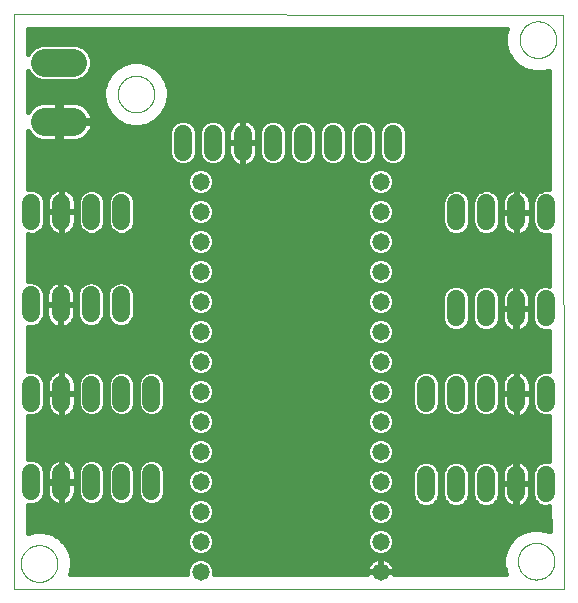
<source format=gbl>
G75*
%MOIN*%
%OFA0B0*%
%FSLAX25Y25*%
%IPPOS*%
%LPD*%
%AMOC8*
5,1,8,0,0,1.08239X$1,22.5*
%
%ADD10C,0.00000*%
%ADD11C,0.06000*%
%ADD12C,0.05800*%
%ADD13C,0.09370*%
%ADD14C,0.01600*%
D10*
X0006767Y0002139D02*
X0006829Y0193509D01*
X0189917Y0193413D01*
X0190175Y0002107D01*
X0006767Y0002139D01*
X0009099Y0010474D02*
X0009101Y0010630D01*
X0009107Y0010786D01*
X0009117Y0010941D01*
X0009131Y0011096D01*
X0009149Y0011251D01*
X0009171Y0011405D01*
X0009196Y0011559D01*
X0009226Y0011712D01*
X0009260Y0011864D01*
X0009297Y0012016D01*
X0009338Y0012166D01*
X0009383Y0012315D01*
X0009432Y0012463D01*
X0009485Y0012610D01*
X0009541Y0012755D01*
X0009601Y0012899D01*
X0009665Y0013041D01*
X0009733Y0013182D01*
X0009804Y0013320D01*
X0009878Y0013457D01*
X0009956Y0013592D01*
X0010037Y0013725D01*
X0010122Y0013856D01*
X0010210Y0013985D01*
X0010301Y0014111D01*
X0010396Y0014235D01*
X0010493Y0014356D01*
X0010594Y0014475D01*
X0010698Y0014592D01*
X0010804Y0014705D01*
X0010914Y0014816D01*
X0011026Y0014924D01*
X0011141Y0015029D01*
X0011259Y0015132D01*
X0011379Y0015231D01*
X0011502Y0015327D01*
X0011627Y0015420D01*
X0011754Y0015509D01*
X0011884Y0015596D01*
X0012016Y0015679D01*
X0012150Y0015758D01*
X0012286Y0015835D01*
X0012424Y0015907D01*
X0012563Y0015977D01*
X0012705Y0016042D01*
X0012848Y0016104D01*
X0012992Y0016162D01*
X0013138Y0016217D01*
X0013286Y0016268D01*
X0013434Y0016315D01*
X0013584Y0016358D01*
X0013735Y0016397D01*
X0013887Y0016433D01*
X0014039Y0016464D01*
X0014193Y0016492D01*
X0014347Y0016516D01*
X0014501Y0016536D01*
X0014656Y0016552D01*
X0014812Y0016564D01*
X0014967Y0016572D01*
X0015123Y0016576D01*
X0015279Y0016576D01*
X0015435Y0016572D01*
X0015590Y0016564D01*
X0015746Y0016552D01*
X0015901Y0016536D01*
X0016055Y0016516D01*
X0016209Y0016492D01*
X0016363Y0016464D01*
X0016515Y0016433D01*
X0016667Y0016397D01*
X0016818Y0016358D01*
X0016968Y0016315D01*
X0017116Y0016268D01*
X0017264Y0016217D01*
X0017410Y0016162D01*
X0017554Y0016104D01*
X0017697Y0016042D01*
X0017839Y0015977D01*
X0017978Y0015907D01*
X0018116Y0015835D01*
X0018252Y0015758D01*
X0018386Y0015679D01*
X0018518Y0015596D01*
X0018648Y0015509D01*
X0018775Y0015420D01*
X0018900Y0015327D01*
X0019023Y0015231D01*
X0019143Y0015132D01*
X0019261Y0015029D01*
X0019376Y0014924D01*
X0019488Y0014816D01*
X0019598Y0014705D01*
X0019704Y0014592D01*
X0019808Y0014475D01*
X0019909Y0014356D01*
X0020006Y0014235D01*
X0020101Y0014111D01*
X0020192Y0013985D01*
X0020280Y0013856D01*
X0020365Y0013725D01*
X0020446Y0013592D01*
X0020524Y0013457D01*
X0020598Y0013320D01*
X0020669Y0013182D01*
X0020737Y0013041D01*
X0020801Y0012899D01*
X0020861Y0012755D01*
X0020917Y0012610D01*
X0020970Y0012463D01*
X0021019Y0012315D01*
X0021064Y0012166D01*
X0021105Y0012016D01*
X0021142Y0011864D01*
X0021176Y0011712D01*
X0021206Y0011559D01*
X0021231Y0011405D01*
X0021253Y0011251D01*
X0021271Y0011096D01*
X0021285Y0010941D01*
X0021295Y0010786D01*
X0021301Y0010630D01*
X0021303Y0010474D01*
X0021301Y0010318D01*
X0021295Y0010162D01*
X0021285Y0010007D01*
X0021271Y0009852D01*
X0021253Y0009697D01*
X0021231Y0009543D01*
X0021206Y0009389D01*
X0021176Y0009236D01*
X0021142Y0009084D01*
X0021105Y0008932D01*
X0021064Y0008782D01*
X0021019Y0008633D01*
X0020970Y0008485D01*
X0020917Y0008338D01*
X0020861Y0008193D01*
X0020801Y0008049D01*
X0020737Y0007907D01*
X0020669Y0007766D01*
X0020598Y0007628D01*
X0020524Y0007491D01*
X0020446Y0007356D01*
X0020365Y0007223D01*
X0020280Y0007092D01*
X0020192Y0006963D01*
X0020101Y0006837D01*
X0020006Y0006713D01*
X0019909Y0006592D01*
X0019808Y0006473D01*
X0019704Y0006356D01*
X0019598Y0006243D01*
X0019488Y0006132D01*
X0019376Y0006024D01*
X0019261Y0005919D01*
X0019143Y0005816D01*
X0019023Y0005717D01*
X0018900Y0005621D01*
X0018775Y0005528D01*
X0018648Y0005439D01*
X0018518Y0005352D01*
X0018386Y0005269D01*
X0018252Y0005190D01*
X0018116Y0005113D01*
X0017978Y0005041D01*
X0017839Y0004971D01*
X0017697Y0004906D01*
X0017554Y0004844D01*
X0017410Y0004786D01*
X0017264Y0004731D01*
X0017116Y0004680D01*
X0016968Y0004633D01*
X0016818Y0004590D01*
X0016667Y0004551D01*
X0016515Y0004515D01*
X0016363Y0004484D01*
X0016209Y0004456D01*
X0016055Y0004432D01*
X0015901Y0004412D01*
X0015746Y0004396D01*
X0015590Y0004384D01*
X0015435Y0004376D01*
X0015279Y0004372D01*
X0015123Y0004372D01*
X0014967Y0004376D01*
X0014812Y0004384D01*
X0014656Y0004396D01*
X0014501Y0004412D01*
X0014347Y0004432D01*
X0014193Y0004456D01*
X0014039Y0004484D01*
X0013887Y0004515D01*
X0013735Y0004551D01*
X0013584Y0004590D01*
X0013434Y0004633D01*
X0013286Y0004680D01*
X0013138Y0004731D01*
X0012992Y0004786D01*
X0012848Y0004844D01*
X0012705Y0004906D01*
X0012563Y0004971D01*
X0012424Y0005041D01*
X0012286Y0005113D01*
X0012150Y0005190D01*
X0012016Y0005269D01*
X0011884Y0005352D01*
X0011754Y0005439D01*
X0011627Y0005528D01*
X0011502Y0005621D01*
X0011379Y0005717D01*
X0011259Y0005816D01*
X0011141Y0005919D01*
X0011026Y0006024D01*
X0010914Y0006132D01*
X0010804Y0006243D01*
X0010698Y0006356D01*
X0010594Y0006473D01*
X0010493Y0006592D01*
X0010396Y0006713D01*
X0010301Y0006837D01*
X0010210Y0006963D01*
X0010122Y0007092D01*
X0010037Y0007223D01*
X0009956Y0007356D01*
X0009878Y0007491D01*
X0009804Y0007628D01*
X0009733Y0007766D01*
X0009665Y0007907D01*
X0009601Y0008049D01*
X0009541Y0008193D01*
X0009485Y0008338D01*
X0009432Y0008485D01*
X0009383Y0008633D01*
X0009338Y0008782D01*
X0009297Y0008932D01*
X0009260Y0009084D01*
X0009226Y0009236D01*
X0009196Y0009389D01*
X0009171Y0009543D01*
X0009149Y0009697D01*
X0009131Y0009852D01*
X0009117Y0010007D01*
X0009107Y0010162D01*
X0009101Y0010318D01*
X0009099Y0010474D01*
X0041414Y0166952D02*
X0041416Y0167108D01*
X0041422Y0167264D01*
X0041432Y0167419D01*
X0041446Y0167574D01*
X0041464Y0167729D01*
X0041486Y0167883D01*
X0041511Y0168037D01*
X0041541Y0168190D01*
X0041575Y0168342D01*
X0041612Y0168494D01*
X0041653Y0168644D01*
X0041698Y0168793D01*
X0041747Y0168941D01*
X0041800Y0169088D01*
X0041856Y0169233D01*
X0041916Y0169377D01*
X0041980Y0169519D01*
X0042048Y0169660D01*
X0042119Y0169798D01*
X0042193Y0169935D01*
X0042271Y0170070D01*
X0042352Y0170203D01*
X0042437Y0170334D01*
X0042525Y0170463D01*
X0042616Y0170589D01*
X0042711Y0170713D01*
X0042808Y0170834D01*
X0042909Y0170953D01*
X0043013Y0171070D01*
X0043119Y0171183D01*
X0043229Y0171294D01*
X0043341Y0171402D01*
X0043456Y0171507D01*
X0043574Y0171610D01*
X0043694Y0171709D01*
X0043817Y0171805D01*
X0043942Y0171898D01*
X0044069Y0171987D01*
X0044199Y0172074D01*
X0044331Y0172157D01*
X0044465Y0172236D01*
X0044601Y0172313D01*
X0044739Y0172385D01*
X0044878Y0172455D01*
X0045020Y0172520D01*
X0045163Y0172582D01*
X0045307Y0172640D01*
X0045453Y0172695D01*
X0045601Y0172746D01*
X0045749Y0172793D01*
X0045899Y0172836D01*
X0046050Y0172875D01*
X0046202Y0172911D01*
X0046354Y0172942D01*
X0046508Y0172970D01*
X0046662Y0172994D01*
X0046816Y0173014D01*
X0046971Y0173030D01*
X0047127Y0173042D01*
X0047282Y0173050D01*
X0047438Y0173054D01*
X0047594Y0173054D01*
X0047750Y0173050D01*
X0047905Y0173042D01*
X0048061Y0173030D01*
X0048216Y0173014D01*
X0048370Y0172994D01*
X0048524Y0172970D01*
X0048678Y0172942D01*
X0048830Y0172911D01*
X0048982Y0172875D01*
X0049133Y0172836D01*
X0049283Y0172793D01*
X0049431Y0172746D01*
X0049579Y0172695D01*
X0049725Y0172640D01*
X0049869Y0172582D01*
X0050012Y0172520D01*
X0050154Y0172455D01*
X0050293Y0172385D01*
X0050431Y0172313D01*
X0050567Y0172236D01*
X0050701Y0172157D01*
X0050833Y0172074D01*
X0050963Y0171987D01*
X0051090Y0171898D01*
X0051215Y0171805D01*
X0051338Y0171709D01*
X0051458Y0171610D01*
X0051576Y0171507D01*
X0051691Y0171402D01*
X0051803Y0171294D01*
X0051913Y0171183D01*
X0052019Y0171070D01*
X0052123Y0170953D01*
X0052224Y0170834D01*
X0052321Y0170713D01*
X0052416Y0170589D01*
X0052507Y0170463D01*
X0052595Y0170334D01*
X0052680Y0170203D01*
X0052761Y0170070D01*
X0052839Y0169935D01*
X0052913Y0169798D01*
X0052984Y0169660D01*
X0053052Y0169519D01*
X0053116Y0169377D01*
X0053176Y0169233D01*
X0053232Y0169088D01*
X0053285Y0168941D01*
X0053334Y0168793D01*
X0053379Y0168644D01*
X0053420Y0168494D01*
X0053457Y0168342D01*
X0053491Y0168190D01*
X0053521Y0168037D01*
X0053546Y0167883D01*
X0053568Y0167729D01*
X0053586Y0167574D01*
X0053600Y0167419D01*
X0053610Y0167264D01*
X0053616Y0167108D01*
X0053618Y0166952D01*
X0053616Y0166796D01*
X0053610Y0166640D01*
X0053600Y0166485D01*
X0053586Y0166330D01*
X0053568Y0166175D01*
X0053546Y0166021D01*
X0053521Y0165867D01*
X0053491Y0165714D01*
X0053457Y0165562D01*
X0053420Y0165410D01*
X0053379Y0165260D01*
X0053334Y0165111D01*
X0053285Y0164963D01*
X0053232Y0164816D01*
X0053176Y0164671D01*
X0053116Y0164527D01*
X0053052Y0164385D01*
X0052984Y0164244D01*
X0052913Y0164106D01*
X0052839Y0163969D01*
X0052761Y0163834D01*
X0052680Y0163701D01*
X0052595Y0163570D01*
X0052507Y0163441D01*
X0052416Y0163315D01*
X0052321Y0163191D01*
X0052224Y0163070D01*
X0052123Y0162951D01*
X0052019Y0162834D01*
X0051913Y0162721D01*
X0051803Y0162610D01*
X0051691Y0162502D01*
X0051576Y0162397D01*
X0051458Y0162294D01*
X0051338Y0162195D01*
X0051215Y0162099D01*
X0051090Y0162006D01*
X0050963Y0161917D01*
X0050833Y0161830D01*
X0050701Y0161747D01*
X0050567Y0161668D01*
X0050431Y0161591D01*
X0050293Y0161519D01*
X0050154Y0161449D01*
X0050012Y0161384D01*
X0049869Y0161322D01*
X0049725Y0161264D01*
X0049579Y0161209D01*
X0049431Y0161158D01*
X0049283Y0161111D01*
X0049133Y0161068D01*
X0048982Y0161029D01*
X0048830Y0160993D01*
X0048678Y0160962D01*
X0048524Y0160934D01*
X0048370Y0160910D01*
X0048216Y0160890D01*
X0048061Y0160874D01*
X0047905Y0160862D01*
X0047750Y0160854D01*
X0047594Y0160850D01*
X0047438Y0160850D01*
X0047282Y0160854D01*
X0047127Y0160862D01*
X0046971Y0160874D01*
X0046816Y0160890D01*
X0046662Y0160910D01*
X0046508Y0160934D01*
X0046354Y0160962D01*
X0046202Y0160993D01*
X0046050Y0161029D01*
X0045899Y0161068D01*
X0045749Y0161111D01*
X0045601Y0161158D01*
X0045453Y0161209D01*
X0045307Y0161264D01*
X0045163Y0161322D01*
X0045020Y0161384D01*
X0044878Y0161449D01*
X0044739Y0161519D01*
X0044601Y0161591D01*
X0044465Y0161668D01*
X0044331Y0161747D01*
X0044199Y0161830D01*
X0044069Y0161917D01*
X0043942Y0162006D01*
X0043817Y0162099D01*
X0043694Y0162195D01*
X0043574Y0162294D01*
X0043456Y0162397D01*
X0043341Y0162502D01*
X0043229Y0162610D01*
X0043119Y0162721D01*
X0043013Y0162834D01*
X0042909Y0162951D01*
X0042808Y0163070D01*
X0042711Y0163191D01*
X0042616Y0163315D01*
X0042525Y0163441D01*
X0042437Y0163570D01*
X0042352Y0163701D01*
X0042271Y0163834D01*
X0042193Y0163969D01*
X0042119Y0164106D01*
X0042048Y0164244D01*
X0041980Y0164385D01*
X0041916Y0164527D01*
X0041856Y0164671D01*
X0041800Y0164816D01*
X0041747Y0164963D01*
X0041698Y0165111D01*
X0041653Y0165260D01*
X0041612Y0165410D01*
X0041575Y0165562D01*
X0041541Y0165714D01*
X0041511Y0165867D01*
X0041486Y0166021D01*
X0041464Y0166175D01*
X0041446Y0166330D01*
X0041432Y0166485D01*
X0041422Y0166640D01*
X0041416Y0166796D01*
X0041414Y0166952D01*
X0175386Y0185093D02*
X0175388Y0185249D01*
X0175394Y0185405D01*
X0175404Y0185560D01*
X0175418Y0185715D01*
X0175436Y0185870D01*
X0175458Y0186024D01*
X0175483Y0186178D01*
X0175513Y0186331D01*
X0175547Y0186483D01*
X0175584Y0186635D01*
X0175625Y0186785D01*
X0175670Y0186934D01*
X0175719Y0187082D01*
X0175772Y0187229D01*
X0175828Y0187374D01*
X0175888Y0187518D01*
X0175952Y0187660D01*
X0176020Y0187801D01*
X0176091Y0187939D01*
X0176165Y0188076D01*
X0176243Y0188211D01*
X0176324Y0188344D01*
X0176409Y0188475D01*
X0176497Y0188604D01*
X0176588Y0188730D01*
X0176683Y0188854D01*
X0176780Y0188975D01*
X0176881Y0189094D01*
X0176985Y0189211D01*
X0177091Y0189324D01*
X0177201Y0189435D01*
X0177313Y0189543D01*
X0177428Y0189648D01*
X0177546Y0189751D01*
X0177666Y0189850D01*
X0177789Y0189946D01*
X0177914Y0190039D01*
X0178041Y0190128D01*
X0178171Y0190215D01*
X0178303Y0190298D01*
X0178437Y0190377D01*
X0178573Y0190454D01*
X0178711Y0190526D01*
X0178850Y0190596D01*
X0178992Y0190661D01*
X0179135Y0190723D01*
X0179279Y0190781D01*
X0179425Y0190836D01*
X0179573Y0190887D01*
X0179721Y0190934D01*
X0179871Y0190977D01*
X0180022Y0191016D01*
X0180174Y0191052D01*
X0180326Y0191083D01*
X0180480Y0191111D01*
X0180634Y0191135D01*
X0180788Y0191155D01*
X0180943Y0191171D01*
X0181099Y0191183D01*
X0181254Y0191191D01*
X0181410Y0191195D01*
X0181566Y0191195D01*
X0181722Y0191191D01*
X0181877Y0191183D01*
X0182033Y0191171D01*
X0182188Y0191155D01*
X0182342Y0191135D01*
X0182496Y0191111D01*
X0182650Y0191083D01*
X0182802Y0191052D01*
X0182954Y0191016D01*
X0183105Y0190977D01*
X0183255Y0190934D01*
X0183403Y0190887D01*
X0183551Y0190836D01*
X0183697Y0190781D01*
X0183841Y0190723D01*
X0183984Y0190661D01*
X0184126Y0190596D01*
X0184265Y0190526D01*
X0184403Y0190454D01*
X0184539Y0190377D01*
X0184673Y0190298D01*
X0184805Y0190215D01*
X0184935Y0190128D01*
X0185062Y0190039D01*
X0185187Y0189946D01*
X0185310Y0189850D01*
X0185430Y0189751D01*
X0185548Y0189648D01*
X0185663Y0189543D01*
X0185775Y0189435D01*
X0185885Y0189324D01*
X0185991Y0189211D01*
X0186095Y0189094D01*
X0186196Y0188975D01*
X0186293Y0188854D01*
X0186388Y0188730D01*
X0186479Y0188604D01*
X0186567Y0188475D01*
X0186652Y0188344D01*
X0186733Y0188211D01*
X0186811Y0188076D01*
X0186885Y0187939D01*
X0186956Y0187801D01*
X0187024Y0187660D01*
X0187088Y0187518D01*
X0187148Y0187374D01*
X0187204Y0187229D01*
X0187257Y0187082D01*
X0187306Y0186934D01*
X0187351Y0186785D01*
X0187392Y0186635D01*
X0187429Y0186483D01*
X0187463Y0186331D01*
X0187493Y0186178D01*
X0187518Y0186024D01*
X0187540Y0185870D01*
X0187558Y0185715D01*
X0187572Y0185560D01*
X0187582Y0185405D01*
X0187588Y0185249D01*
X0187590Y0185093D01*
X0187588Y0184937D01*
X0187582Y0184781D01*
X0187572Y0184626D01*
X0187558Y0184471D01*
X0187540Y0184316D01*
X0187518Y0184162D01*
X0187493Y0184008D01*
X0187463Y0183855D01*
X0187429Y0183703D01*
X0187392Y0183551D01*
X0187351Y0183401D01*
X0187306Y0183252D01*
X0187257Y0183104D01*
X0187204Y0182957D01*
X0187148Y0182812D01*
X0187088Y0182668D01*
X0187024Y0182526D01*
X0186956Y0182385D01*
X0186885Y0182247D01*
X0186811Y0182110D01*
X0186733Y0181975D01*
X0186652Y0181842D01*
X0186567Y0181711D01*
X0186479Y0181582D01*
X0186388Y0181456D01*
X0186293Y0181332D01*
X0186196Y0181211D01*
X0186095Y0181092D01*
X0185991Y0180975D01*
X0185885Y0180862D01*
X0185775Y0180751D01*
X0185663Y0180643D01*
X0185548Y0180538D01*
X0185430Y0180435D01*
X0185310Y0180336D01*
X0185187Y0180240D01*
X0185062Y0180147D01*
X0184935Y0180058D01*
X0184805Y0179971D01*
X0184673Y0179888D01*
X0184539Y0179809D01*
X0184403Y0179732D01*
X0184265Y0179660D01*
X0184126Y0179590D01*
X0183984Y0179525D01*
X0183841Y0179463D01*
X0183697Y0179405D01*
X0183551Y0179350D01*
X0183403Y0179299D01*
X0183255Y0179252D01*
X0183105Y0179209D01*
X0182954Y0179170D01*
X0182802Y0179134D01*
X0182650Y0179103D01*
X0182496Y0179075D01*
X0182342Y0179051D01*
X0182188Y0179031D01*
X0182033Y0179015D01*
X0181877Y0179003D01*
X0181722Y0178995D01*
X0181566Y0178991D01*
X0181410Y0178991D01*
X0181254Y0178995D01*
X0181099Y0179003D01*
X0180943Y0179015D01*
X0180788Y0179031D01*
X0180634Y0179051D01*
X0180480Y0179075D01*
X0180326Y0179103D01*
X0180174Y0179134D01*
X0180022Y0179170D01*
X0179871Y0179209D01*
X0179721Y0179252D01*
X0179573Y0179299D01*
X0179425Y0179350D01*
X0179279Y0179405D01*
X0179135Y0179463D01*
X0178992Y0179525D01*
X0178850Y0179590D01*
X0178711Y0179660D01*
X0178573Y0179732D01*
X0178437Y0179809D01*
X0178303Y0179888D01*
X0178171Y0179971D01*
X0178041Y0180058D01*
X0177914Y0180147D01*
X0177789Y0180240D01*
X0177666Y0180336D01*
X0177546Y0180435D01*
X0177428Y0180538D01*
X0177313Y0180643D01*
X0177201Y0180751D01*
X0177091Y0180862D01*
X0176985Y0180975D01*
X0176881Y0181092D01*
X0176780Y0181211D01*
X0176683Y0181332D01*
X0176588Y0181456D01*
X0176497Y0181582D01*
X0176409Y0181711D01*
X0176324Y0181842D01*
X0176243Y0181975D01*
X0176165Y0182110D01*
X0176091Y0182247D01*
X0176020Y0182385D01*
X0175952Y0182526D01*
X0175888Y0182668D01*
X0175828Y0182812D01*
X0175772Y0182957D01*
X0175719Y0183104D01*
X0175670Y0183252D01*
X0175625Y0183401D01*
X0175584Y0183551D01*
X0175547Y0183703D01*
X0175513Y0183855D01*
X0175483Y0184008D01*
X0175458Y0184162D01*
X0175436Y0184316D01*
X0175418Y0184471D01*
X0175404Y0184626D01*
X0175394Y0184781D01*
X0175388Y0184937D01*
X0175386Y0185093D01*
X0174808Y0011246D02*
X0174810Y0011402D01*
X0174816Y0011558D01*
X0174826Y0011713D01*
X0174840Y0011868D01*
X0174858Y0012023D01*
X0174880Y0012177D01*
X0174905Y0012331D01*
X0174935Y0012484D01*
X0174969Y0012636D01*
X0175006Y0012788D01*
X0175047Y0012938D01*
X0175092Y0013087D01*
X0175141Y0013235D01*
X0175194Y0013382D01*
X0175250Y0013527D01*
X0175310Y0013671D01*
X0175374Y0013813D01*
X0175442Y0013954D01*
X0175513Y0014092D01*
X0175587Y0014229D01*
X0175665Y0014364D01*
X0175746Y0014497D01*
X0175831Y0014628D01*
X0175919Y0014757D01*
X0176010Y0014883D01*
X0176105Y0015007D01*
X0176202Y0015128D01*
X0176303Y0015247D01*
X0176407Y0015364D01*
X0176513Y0015477D01*
X0176623Y0015588D01*
X0176735Y0015696D01*
X0176850Y0015801D01*
X0176968Y0015904D01*
X0177088Y0016003D01*
X0177211Y0016099D01*
X0177336Y0016192D01*
X0177463Y0016281D01*
X0177593Y0016368D01*
X0177725Y0016451D01*
X0177859Y0016530D01*
X0177995Y0016607D01*
X0178133Y0016679D01*
X0178272Y0016749D01*
X0178414Y0016814D01*
X0178557Y0016876D01*
X0178701Y0016934D01*
X0178847Y0016989D01*
X0178995Y0017040D01*
X0179143Y0017087D01*
X0179293Y0017130D01*
X0179444Y0017169D01*
X0179596Y0017205D01*
X0179748Y0017236D01*
X0179902Y0017264D01*
X0180056Y0017288D01*
X0180210Y0017308D01*
X0180365Y0017324D01*
X0180521Y0017336D01*
X0180676Y0017344D01*
X0180832Y0017348D01*
X0180988Y0017348D01*
X0181144Y0017344D01*
X0181299Y0017336D01*
X0181455Y0017324D01*
X0181610Y0017308D01*
X0181764Y0017288D01*
X0181918Y0017264D01*
X0182072Y0017236D01*
X0182224Y0017205D01*
X0182376Y0017169D01*
X0182527Y0017130D01*
X0182677Y0017087D01*
X0182825Y0017040D01*
X0182973Y0016989D01*
X0183119Y0016934D01*
X0183263Y0016876D01*
X0183406Y0016814D01*
X0183548Y0016749D01*
X0183687Y0016679D01*
X0183825Y0016607D01*
X0183961Y0016530D01*
X0184095Y0016451D01*
X0184227Y0016368D01*
X0184357Y0016281D01*
X0184484Y0016192D01*
X0184609Y0016099D01*
X0184732Y0016003D01*
X0184852Y0015904D01*
X0184970Y0015801D01*
X0185085Y0015696D01*
X0185197Y0015588D01*
X0185307Y0015477D01*
X0185413Y0015364D01*
X0185517Y0015247D01*
X0185618Y0015128D01*
X0185715Y0015007D01*
X0185810Y0014883D01*
X0185901Y0014757D01*
X0185989Y0014628D01*
X0186074Y0014497D01*
X0186155Y0014364D01*
X0186233Y0014229D01*
X0186307Y0014092D01*
X0186378Y0013954D01*
X0186446Y0013813D01*
X0186510Y0013671D01*
X0186570Y0013527D01*
X0186626Y0013382D01*
X0186679Y0013235D01*
X0186728Y0013087D01*
X0186773Y0012938D01*
X0186814Y0012788D01*
X0186851Y0012636D01*
X0186885Y0012484D01*
X0186915Y0012331D01*
X0186940Y0012177D01*
X0186962Y0012023D01*
X0186980Y0011868D01*
X0186994Y0011713D01*
X0187004Y0011558D01*
X0187010Y0011402D01*
X0187012Y0011246D01*
X0187010Y0011090D01*
X0187004Y0010934D01*
X0186994Y0010779D01*
X0186980Y0010624D01*
X0186962Y0010469D01*
X0186940Y0010315D01*
X0186915Y0010161D01*
X0186885Y0010008D01*
X0186851Y0009856D01*
X0186814Y0009704D01*
X0186773Y0009554D01*
X0186728Y0009405D01*
X0186679Y0009257D01*
X0186626Y0009110D01*
X0186570Y0008965D01*
X0186510Y0008821D01*
X0186446Y0008679D01*
X0186378Y0008538D01*
X0186307Y0008400D01*
X0186233Y0008263D01*
X0186155Y0008128D01*
X0186074Y0007995D01*
X0185989Y0007864D01*
X0185901Y0007735D01*
X0185810Y0007609D01*
X0185715Y0007485D01*
X0185618Y0007364D01*
X0185517Y0007245D01*
X0185413Y0007128D01*
X0185307Y0007015D01*
X0185197Y0006904D01*
X0185085Y0006796D01*
X0184970Y0006691D01*
X0184852Y0006588D01*
X0184732Y0006489D01*
X0184609Y0006393D01*
X0184484Y0006300D01*
X0184357Y0006211D01*
X0184227Y0006124D01*
X0184095Y0006041D01*
X0183961Y0005962D01*
X0183825Y0005885D01*
X0183687Y0005813D01*
X0183548Y0005743D01*
X0183406Y0005678D01*
X0183263Y0005616D01*
X0183119Y0005558D01*
X0182973Y0005503D01*
X0182825Y0005452D01*
X0182677Y0005405D01*
X0182527Y0005362D01*
X0182376Y0005323D01*
X0182224Y0005287D01*
X0182072Y0005256D01*
X0181918Y0005228D01*
X0181764Y0005204D01*
X0181610Y0005184D01*
X0181455Y0005168D01*
X0181299Y0005156D01*
X0181144Y0005148D01*
X0180988Y0005144D01*
X0180832Y0005144D01*
X0180676Y0005148D01*
X0180521Y0005156D01*
X0180365Y0005168D01*
X0180210Y0005184D01*
X0180056Y0005204D01*
X0179902Y0005228D01*
X0179748Y0005256D01*
X0179596Y0005287D01*
X0179444Y0005323D01*
X0179293Y0005362D01*
X0179143Y0005405D01*
X0178995Y0005452D01*
X0178847Y0005503D01*
X0178701Y0005558D01*
X0178557Y0005616D01*
X0178414Y0005678D01*
X0178272Y0005743D01*
X0178133Y0005813D01*
X0177995Y0005885D01*
X0177859Y0005962D01*
X0177725Y0006041D01*
X0177593Y0006124D01*
X0177463Y0006211D01*
X0177336Y0006300D01*
X0177211Y0006393D01*
X0177088Y0006489D01*
X0176968Y0006588D01*
X0176850Y0006691D01*
X0176735Y0006796D01*
X0176623Y0006904D01*
X0176513Y0007015D01*
X0176407Y0007128D01*
X0176303Y0007245D01*
X0176202Y0007364D01*
X0176105Y0007485D01*
X0176010Y0007609D01*
X0175919Y0007735D01*
X0175831Y0007864D01*
X0175746Y0007995D01*
X0175665Y0008128D01*
X0175587Y0008263D01*
X0175513Y0008400D01*
X0175442Y0008538D01*
X0175374Y0008679D01*
X0175310Y0008821D01*
X0175250Y0008965D01*
X0175194Y0009110D01*
X0175141Y0009257D01*
X0175092Y0009405D01*
X0175047Y0009554D01*
X0175006Y0009704D01*
X0174969Y0009856D01*
X0174935Y0010008D01*
X0174905Y0010161D01*
X0174880Y0010315D01*
X0174858Y0010469D01*
X0174840Y0010624D01*
X0174826Y0010779D01*
X0174816Y0010934D01*
X0174810Y0011090D01*
X0174808Y0011246D01*
D11*
X0174195Y0034046D02*
X0174195Y0040046D01*
X0164195Y0040046D02*
X0164195Y0034046D01*
X0154195Y0034046D02*
X0154195Y0040046D01*
X0144195Y0040046D02*
X0144195Y0034046D01*
X0144214Y0064130D02*
X0144214Y0070130D01*
X0154214Y0070130D02*
X0154214Y0064130D01*
X0164214Y0064130D02*
X0164214Y0070130D01*
X0174214Y0070130D02*
X0174214Y0064130D01*
X0184214Y0064130D02*
X0184214Y0070130D01*
X0184167Y0092596D02*
X0184167Y0098596D01*
X0174167Y0098596D02*
X0174167Y0092596D01*
X0164167Y0092596D02*
X0164167Y0098596D01*
X0154167Y0098596D02*
X0154167Y0092596D01*
X0154263Y0124608D02*
X0154263Y0130608D01*
X0164263Y0130608D02*
X0164263Y0124608D01*
X0174263Y0124608D02*
X0174263Y0130608D01*
X0184263Y0130608D02*
X0184263Y0124608D01*
X0133128Y0147777D02*
X0133128Y0153777D01*
X0123128Y0153777D02*
X0123128Y0147777D01*
X0113128Y0147777D02*
X0113128Y0153777D01*
X0103128Y0153777D02*
X0103128Y0147777D01*
X0093128Y0147777D02*
X0093128Y0153777D01*
X0083128Y0153777D02*
X0083128Y0147777D01*
X0073128Y0147777D02*
X0073128Y0153777D01*
X0063128Y0153777D02*
X0063128Y0147777D01*
X0042657Y0130740D02*
X0042657Y0124740D01*
X0032657Y0124740D02*
X0032657Y0130740D01*
X0022657Y0130740D02*
X0022657Y0124740D01*
X0012657Y0124740D02*
X0012657Y0130740D01*
X0012427Y0099894D02*
X0012427Y0093894D01*
X0022427Y0093894D02*
X0022427Y0099894D01*
X0032427Y0099894D02*
X0032427Y0093894D01*
X0042427Y0093894D02*
X0042427Y0099894D01*
X0042659Y0070145D02*
X0042659Y0064145D01*
X0052659Y0064145D02*
X0052659Y0070145D01*
X0032659Y0070145D02*
X0032659Y0064145D01*
X0022659Y0064145D02*
X0022659Y0070145D01*
X0012659Y0070145D02*
X0012659Y0064145D01*
X0012639Y0040629D02*
X0012639Y0034629D01*
X0022639Y0034629D02*
X0022639Y0040629D01*
X0032639Y0040629D02*
X0032639Y0034629D01*
X0042639Y0034629D02*
X0042639Y0040629D01*
X0052639Y0040629D02*
X0052639Y0034629D01*
X0184195Y0034046D02*
X0184195Y0040046D01*
D12*
X0129015Y0037753D03*
X0129015Y0027753D03*
X0129015Y0017753D03*
X0129015Y0007753D03*
X0129015Y0047753D03*
X0129015Y0057753D03*
X0129015Y0067753D03*
X0129015Y0077753D03*
X0129015Y0087753D03*
X0129015Y0097753D03*
X0129015Y0107753D03*
X0129015Y0117753D03*
X0129015Y0127753D03*
X0129015Y0137753D03*
X0069015Y0137753D03*
X0069015Y0127753D03*
X0069015Y0117753D03*
X0069015Y0107753D03*
X0069015Y0097753D03*
X0069015Y0087753D03*
X0069015Y0077753D03*
X0069015Y0067753D03*
X0069015Y0057753D03*
X0069015Y0047753D03*
X0069015Y0037753D03*
X0069015Y0027753D03*
X0069015Y0017753D03*
X0069015Y0007753D03*
D13*
X0026583Y0157798D02*
X0017213Y0157798D01*
X0017213Y0177483D02*
X0026583Y0177483D01*
D14*
X0030143Y0172155D02*
X0031911Y0173923D01*
X0032868Y0176233D01*
X0032868Y0178733D01*
X0031911Y0181043D01*
X0030143Y0182811D01*
X0027833Y0183768D01*
X0015962Y0183768D01*
X0013652Y0182811D01*
X0011884Y0181043D01*
X0011625Y0180416D01*
X0011627Y0188706D01*
X0171147Y0188623D01*
X0170586Y0186528D01*
X0170586Y0183658D01*
X0171329Y0180885D01*
X0172764Y0178399D01*
X0174794Y0176369D01*
X0177280Y0174934D01*
X0180053Y0174191D01*
X0182924Y0174191D01*
X0185142Y0174785D01*
X0185195Y0135201D01*
X0185178Y0135208D01*
X0183348Y0135208D01*
X0181657Y0134508D01*
X0180363Y0133214D01*
X0179663Y0131523D01*
X0179663Y0123693D01*
X0180363Y0122002D01*
X0181657Y0120708D01*
X0183348Y0120008D01*
X0185178Y0120008D01*
X0185216Y0120024D01*
X0185239Y0103131D01*
X0185082Y0103196D01*
X0183252Y0103196D01*
X0181561Y0102496D01*
X0180267Y0101202D01*
X0179567Y0099511D01*
X0179567Y0091681D01*
X0180267Y0089990D01*
X0181561Y0088696D01*
X0183252Y0087996D01*
X0185082Y0087996D01*
X0185259Y0088069D01*
X0185277Y0074669D01*
X0185129Y0074730D01*
X0183299Y0074730D01*
X0181608Y0074030D01*
X0180314Y0072736D01*
X0179614Y0071045D01*
X0179614Y0063215D01*
X0180314Y0061524D01*
X0181608Y0060230D01*
X0183299Y0059530D01*
X0185129Y0059530D01*
X0185297Y0059600D01*
X0185318Y0044560D01*
X0185110Y0044646D01*
X0183280Y0044646D01*
X0181590Y0043946D01*
X0180296Y0042652D01*
X0179595Y0040961D01*
X0179595Y0033131D01*
X0180296Y0031441D01*
X0181590Y0030147D01*
X0183280Y0029446D01*
X0185110Y0029446D01*
X0185338Y0029541D01*
X0185349Y0021272D01*
X0185118Y0021406D01*
X0182345Y0022149D01*
X0179474Y0022149D01*
X0176701Y0021406D01*
X0174215Y0019970D01*
X0172186Y0017941D01*
X0170750Y0015454D01*
X0170007Y0012682D01*
X0170007Y0009811D01*
X0170750Y0007038D01*
X0170824Y0006911D01*
X0133641Y0006917D01*
X0133715Y0007383D01*
X0133715Y0007603D01*
X0129165Y0007603D01*
X0129165Y0007903D01*
X0133715Y0007903D01*
X0133715Y0008123D01*
X0133599Y0008854D01*
X0133370Y0009557D01*
X0133034Y0010217D01*
X0132600Y0010815D01*
X0132076Y0011338D01*
X0131478Y0011773D01*
X0130819Y0012109D01*
X0130115Y0012337D01*
X0129385Y0012453D01*
X0129165Y0012453D01*
X0129165Y0007903D01*
X0128865Y0007903D01*
X0128865Y0012453D01*
X0128645Y0012453D01*
X0127914Y0012337D01*
X0127210Y0012109D01*
X0126551Y0011773D01*
X0125953Y0011338D01*
X0125430Y0010815D01*
X0124995Y0010217D01*
X0124659Y0009557D01*
X0124430Y0008854D01*
X0124315Y0008123D01*
X0124315Y0007903D01*
X0128865Y0007903D01*
X0128865Y0007603D01*
X0124315Y0007603D01*
X0124315Y0007383D01*
X0124388Y0006919D01*
X0073515Y0006927D01*
X0073515Y0008648D01*
X0072830Y0010302D01*
X0071564Y0011568D01*
X0069910Y0012253D01*
X0068120Y0012253D01*
X0066466Y0011568D01*
X0065200Y0010302D01*
X0064515Y0008648D01*
X0064515Y0006929D01*
X0025540Y0006935D01*
X0026103Y0009038D01*
X0026103Y0011909D01*
X0025360Y0014682D01*
X0023925Y0017168D01*
X0021895Y0019198D01*
X0019409Y0020633D01*
X0016636Y0021376D01*
X0013766Y0021376D01*
X0011573Y0020788D01*
X0011576Y0030090D01*
X0011724Y0030029D01*
X0013554Y0030029D01*
X0015245Y0030729D01*
X0016539Y0032023D01*
X0017239Y0033714D01*
X0017239Y0041544D01*
X0016539Y0043235D01*
X0015245Y0044529D01*
X0013554Y0045229D01*
X0011724Y0045229D01*
X0011581Y0045169D01*
X0011585Y0059611D01*
X0011744Y0059545D01*
X0013574Y0059545D01*
X0015264Y0060246D01*
X0016558Y0061540D01*
X0017259Y0063230D01*
X0017259Y0071060D01*
X0016558Y0072751D01*
X0015264Y0074045D01*
X0013574Y0074745D01*
X0011744Y0074745D01*
X0011590Y0074682D01*
X0011595Y0089294D01*
X0013342Y0089294D01*
X0015033Y0089995D01*
X0016327Y0091289D01*
X0017027Y0092979D01*
X0017027Y0100809D01*
X0016327Y0102500D01*
X0015033Y0103794D01*
X0013342Y0104494D01*
X0011600Y0104494D01*
X0011605Y0120197D01*
X0011742Y0120140D01*
X0013572Y0120140D01*
X0015263Y0120840D01*
X0016557Y0122134D01*
X0017257Y0123825D01*
X0017257Y0131655D01*
X0016557Y0133345D01*
X0015263Y0134639D01*
X0013572Y0135340D01*
X0011742Y0135340D01*
X0011610Y0135285D01*
X0011616Y0154521D01*
X0011809Y0154187D01*
X0012326Y0153513D01*
X0012928Y0152912D01*
X0013602Y0152394D01*
X0014338Y0151969D01*
X0015124Y0151644D01*
X0015945Y0151424D01*
X0016788Y0151313D01*
X0021320Y0151313D01*
X0021320Y0157220D01*
X0022476Y0157220D01*
X0022476Y0158376D01*
X0033048Y0158376D01*
X0032957Y0159066D01*
X0032737Y0159887D01*
X0032411Y0160672D01*
X0031986Y0161408D01*
X0031469Y0162083D01*
X0030868Y0162684D01*
X0030193Y0163201D01*
X0029457Y0163627D01*
X0028672Y0163952D01*
X0027851Y0164172D01*
X0027008Y0164283D01*
X0022476Y0164283D01*
X0022476Y0158376D01*
X0021320Y0158376D01*
X0021320Y0164283D01*
X0016788Y0164283D01*
X0015945Y0164172D01*
X0015124Y0163952D01*
X0014338Y0163627D01*
X0013602Y0163201D01*
X0012928Y0162684D01*
X0012326Y0162083D01*
X0011809Y0161408D01*
X0011618Y0161078D01*
X0011623Y0174554D01*
X0011884Y0173923D01*
X0013652Y0172155D01*
X0015962Y0171198D01*
X0027833Y0171198D01*
X0030143Y0172155D01*
X0031168Y0173179D02*
X0038522Y0173179D01*
X0038792Y0173647D02*
X0037356Y0171161D01*
X0036613Y0168388D01*
X0036613Y0165517D01*
X0037356Y0162744D01*
X0038792Y0160258D01*
X0040822Y0158228D01*
X0043308Y0156793D01*
X0046080Y0156050D01*
X0048951Y0156050D01*
X0051724Y0156793D01*
X0054210Y0158228D01*
X0056240Y0160258D01*
X0057675Y0162744D01*
X0058418Y0165517D01*
X0058418Y0168388D01*
X0057675Y0171161D01*
X0056240Y0173647D01*
X0054210Y0175676D01*
X0051724Y0177112D01*
X0048951Y0177855D01*
X0046080Y0177855D01*
X0043308Y0177112D01*
X0040822Y0175676D01*
X0038792Y0173647D01*
X0039923Y0174778D02*
X0032265Y0174778D01*
X0032868Y0176376D02*
X0042034Y0176376D01*
X0037599Y0171581D02*
X0028758Y0171581D01*
X0032868Y0177975D02*
X0173188Y0177975D01*
X0172086Y0179573D02*
X0032520Y0179573D01*
X0031782Y0181172D02*
X0171252Y0181172D01*
X0170824Y0182770D02*
X0030183Y0182770D01*
X0037041Y0169982D02*
X0011621Y0169982D01*
X0011621Y0168384D02*
X0036613Y0168384D01*
X0036613Y0166785D02*
X0011620Y0166785D01*
X0011620Y0165187D02*
X0036702Y0165187D01*
X0037130Y0163588D02*
X0029523Y0163588D01*
X0031540Y0161990D02*
X0037792Y0161990D01*
X0038715Y0160391D02*
X0032528Y0160391D01*
X0032993Y0158793D02*
X0040257Y0158793D01*
X0042613Y0157194D02*
X0033044Y0157194D01*
X0033048Y0157220D02*
X0022476Y0157220D01*
X0022476Y0151313D01*
X0027008Y0151313D01*
X0027851Y0151424D01*
X0028672Y0151644D01*
X0029457Y0151969D01*
X0030193Y0152394D01*
X0030868Y0152912D01*
X0031469Y0153513D01*
X0031986Y0154187D01*
X0032411Y0154923D01*
X0032737Y0155709D01*
X0032957Y0156530D01*
X0033048Y0157220D01*
X0032690Y0155596D02*
X0058902Y0155596D01*
X0059228Y0156383D02*
X0058528Y0154692D01*
X0058528Y0146862D01*
X0059228Y0145172D01*
X0060522Y0143878D01*
X0062213Y0143177D01*
X0064043Y0143177D01*
X0065734Y0143878D01*
X0067028Y0145172D01*
X0067728Y0146862D01*
X0067728Y0154692D01*
X0067028Y0156383D01*
X0065734Y0157677D01*
X0064043Y0158377D01*
X0062213Y0158377D01*
X0060522Y0157677D01*
X0059228Y0156383D01*
X0060040Y0157194D02*
X0052419Y0157194D01*
X0054774Y0158793D02*
X0185163Y0158793D01*
X0185161Y0160391D02*
X0056317Y0160391D01*
X0057240Y0161990D02*
X0185159Y0161990D01*
X0185157Y0163588D02*
X0057901Y0163588D01*
X0058330Y0165187D02*
X0185155Y0165187D01*
X0185153Y0166785D02*
X0058418Y0166785D01*
X0058418Y0168384D02*
X0185150Y0168384D01*
X0185148Y0169982D02*
X0057991Y0169982D01*
X0057432Y0171581D02*
X0185146Y0171581D01*
X0185144Y0173179D02*
X0056510Y0173179D01*
X0055109Y0174778D02*
X0177861Y0174778D01*
X0174787Y0176376D02*
X0052998Y0176376D01*
X0066216Y0157194D02*
X0070040Y0157194D01*
X0070522Y0157677D02*
X0069228Y0156383D01*
X0068528Y0154692D01*
X0068528Y0146862D01*
X0069228Y0145172D01*
X0070522Y0143878D01*
X0072213Y0143177D01*
X0074043Y0143177D01*
X0075734Y0143878D01*
X0077028Y0145172D01*
X0077728Y0146862D01*
X0077728Y0154692D01*
X0077028Y0156383D01*
X0075734Y0157677D01*
X0074043Y0158377D01*
X0072213Y0158377D01*
X0070522Y0157677D01*
X0068902Y0155596D02*
X0067354Y0155596D01*
X0067728Y0153997D02*
X0068528Y0153997D01*
X0068528Y0152399D02*
X0067728Y0152399D01*
X0067728Y0150800D02*
X0068528Y0150800D01*
X0068528Y0149202D02*
X0067728Y0149202D01*
X0067728Y0147603D02*
X0068528Y0147603D01*
X0068883Y0146005D02*
X0067373Y0146005D01*
X0066262Y0144406D02*
X0069994Y0144406D01*
X0069910Y0142253D02*
X0068120Y0142253D01*
X0066466Y0141568D01*
X0065200Y0140302D01*
X0064515Y0138648D01*
X0064515Y0136858D01*
X0065200Y0135204D01*
X0066466Y0133938D01*
X0068120Y0133253D01*
X0069910Y0133253D01*
X0071564Y0133938D01*
X0072830Y0135204D01*
X0073515Y0136858D01*
X0073515Y0138648D01*
X0072830Y0140302D01*
X0071564Y0141568D01*
X0069910Y0142253D01*
X0071923Y0141209D02*
X0126107Y0141209D01*
X0126466Y0141568D02*
X0125200Y0140302D01*
X0124515Y0138648D01*
X0124515Y0136858D01*
X0125200Y0135204D01*
X0126466Y0133938D01*
X0128120Y0133253D01*
X0129910Y0133253D01*
X0131564Y0133938D01*
X0132830Y0135204D01*
X0133515Y0136858D01*
X0133515Y0138648D01*
X0132830Y0140302D01*
X0131564Y0141568D01*
X0129910Y0142253D01*
X0128120Y0142253D01*
X0126466Y0141568D01*
X0125734Y0143878D02*
X0124043Y0143177D01*
X0122213Y0143177D01*
X0120522Y0143878D01*
X0119228Y0145172D01*
X0118528Y0146862D01*
X0118528Y0154692D01*
X0119228Y0156383D01*
X0120522Y0157677D01*
X0122213Y0158377D01*
X0124043Y0158377D01*
X0125734Y0157677D01*
X0127028Y0156383D01*
X0127728Y0154692D01*
X0127728Y0146862D01*
X0127028Y0145172D01*
X0125734Y0143878D01*
X0126262Y0144406D02*
X0129994Y0144406D01*
X0130522Y0143878D02*
X0132213Y0143177D01*
X0134043Y0143177D01*
X0135734Y0143878D01*
X0137028Y0145172D01*
X0137728Y0146862D01*
X0137728Y0154692D01*
X0137028Y0156383D01*
X0135734Y0157677D01*
X0134043Y0158377D01*
X0132213Y0158377D01*
X0130522Y0157677D01*
X0129228Y0156383D01*
X0128528Y0154692D01*
X0128528Y0146862D01*
X0129228Y0145172D01*
X0130522Y0143878D01*
X0128883Y0146005D02*
X0127373Y0146005D01*
X0127728Y0147603D02*
X0128528Y0147603D01*
X0128528Y0149202D02*
X0127728Y0149202D01*
X0127728Y0150800D02*
X0128528Y0150800D01*
X0128528Y0152399D02*
X0127728Y0152399D01*
X0127728Y0153997D02*
X0128528Y0153997D01*
X0128902Y0155596D02*
X0127354Y0155596D01*
X0126216Y0157194D02*
X0130040Y0157194D01*
X0136216Y0157194D02*
X0185166Y0157194D01*
X0185168Y0155596D02*
X0137354Y0155596D01*
X0137728Y0153997D02*
X0185170Y0153997D01*
X0185172Y0152399D02*
X0137728Y0152399D01*
X0137728Y0150800D02*
X0185174Y0150800D01*
X0185176Y0149202D02*
X0137728Y0149202D01*
X0137728Y0147603D02*
X0185179Y0147603D01*
X0185181Y0146005D02*
X0137373Y0146005D01*
X0136262Y0144406D02*
X0185183Y0144406D01*
X0185185Y0142808D02*
X0011612Y0142808D01*
X0011613Y0144406D02*
X0059994Y0144406D01*
X0058883Y0146005D02*
X0011613Y0146005D01*
X0011614Y0147603D02*
X0058528Y0147603D01*
X0058528Y0149202D02*
X0011614Y0149202D01*
X0011615Y0150800D02*
X0058528Y0150800D01*
X0058528Y0152399D02*
X0030199Y0152399D01*
X0031841Y0153997D02*
X0058528Y0153997D01*
X0066107Y0141209D02*
X0011612Y0141209D01*
X0011611Y0139611D02*
X0064913Y0139611D01*
X0064515Y0138012D02*
X0011611Y0138012D01*
X0011610Y0136414D02*
X0064699Y0136414D01*
X0065589Y0134815D02*
X0044839Y0134815D01*
X0045263Y0134639D02*
X0043572Y0135340D01*
X0041742Y0135340D01*
X0040052Y0134639D01*
X0038758Y0133345D01*
X0038057Y0131655D01*
X0038057Y0123825D01*
X0038758Y0122134D01*
X0040052Y0120840D01*
X0041742Y0120140D01*
X0043572Y0120140D01*
X0045263Y0120840D01*
X0046557Y0122134D01*
X0047257Y0123825D01*
X0047257Y0131655D01*
X0046557Y0133345D01*
X0045263Y0134639D01*
X0046610Y0133217D02*
X0150366Y0133217D01*
X0150363Y0133214D02*
X0149663Y0131523D01*
X0149663Y0123693D01*
X0150363Y0122002D01*
X0151657Y0120708D01*
X0153348Y0120008D01*
X0155178Y0120008D01*
X0156869Y0120708D01*
X0158163Y0122002D01*
X0158863Y0123693D01*
X0158863Y0131523D01*
X0158163Y0133214D01*
X0156869Y0134508D01*
X0155178Y0135208D01*
X0153348Y0135208D01*
X0151657Y0134508D01*
X0150363Y0133214D01*
X0149702Y0131618D02*
X0131443Y0131618D01*
X0131564Y0131568D02*
X0129910Y0132253D01*
X0128120Y0132253D01*
X0126466Y0131568D01*
X0125200Y0130302D01*
X0124515Y0128648D01*
X0124515Y0126858D01*
X0125200Y0125204D01*
X0126466Y0123938D01*
X0128120Y0123253D01*
X0129910Y0123253D01*
X0131564Y0123938D01*
X0132830Y0125204D01*
X0133515Y0126858D01*
X0133515Y0128648D01*
X0132830Y0130302D01*
X0131564Y0131568D01*
X0132947Y0130020D02*
X0149663Y0130020D01*
X0149663Y0128421D02*
X0133515Y0128421D01*
X0133500Y0126823D02*
X0149663Y0126823D01*
X0149663Y0125224D02*
X0132838Y0125224D01*
X0130809Y0123626D02*
X0149691Y0123626D01*
X0150353Y0122027D02*
X0130456Y0122027D01*
X0129910Y0122253D02*
X0128120Y0122253D01*
X0126466Y0121568D01*
X0125200Y0120302D01*
X0124515Y0118648D01*
X0124515Y0116858D01*
X0125200Y0115204D01*
X0126466Y0113938D01*
X0128120Y0113253D01*
X0129910Y0113253D01*
X0131564Y0113938D01*
X0132830Y0115204D01*
X0133515Y0116858D01*
X0133515Y0118648D01*
X0132830Y0120302D01*
X0131564Y0121568D01*
X0129910Y0122253D01*
X0127574Y0122027D02*
X0070456Y0122027D01*
X0069910Y0122253D02*
X0068120Y0122253D01*
X0066466Y0121568D01*
X0065200Y0120302D01*
X0064515Y0118648D01*
X0064515Y0116858D01*
X0065200Y0115204D01*
X0066466Y0113938D01*
X0068120Y0113253D01*
X0069910Y0113253D01*
X0071564Y0113938D01*
X0072830Y0115204D01*
X0073515Y0116858D01*
X0073515Y0118648D01*
X0072830Y0120302D01*
X0071564Y0121568D01*
X0069910Y0122253D01*
X0069910Y0123253D02*
X0068120Y0123253D01*
X0066466Y0123938D01*
X0065200Y0125204D01*
X0064515Y0126858D01*
X0064515Y0128648D01*
X0065200Y0130302D01*
X0066466Y0131568D01*
X0068120Y0132253D01*
X0069910Y0132253D01*
X0071564Y0131568D01*
X0072830Y0130302D01*
X0073515Y0128648D01*
X0073515Y0126858D01*
X0072830Y0125204D01*
X0071564Y0123938D01*
X0069910Y0123253D01*
X0070809Y0123626D02*
X0127221Y0123626D01*
X0125191Y0125224D02*
X0072838Y0125224D01*
X0073500Y0126823D02*
X0124529Y0126823D01*
X0124515Y0128421D02*
X0073515Y0128421D01*
X0072947Y0130020D02*
X0125083Y0130020D01*
X0126586Y0131618D02*
X0071443Y0131618D01*
X0072441Y0134815D02*
X0125589Y0134815D01*
X0124699Y0136414D02*
X0073331Y0136414D01*
X0073515Y0138012D02*
X0124515Y0138012D01*
X0124913Y0139611D02*
X0073116Y0139611D01*
X0076262Y0144406D02*
X0079711Y0144406D01*
X0079467Y0144650D02*
X0080001Y0144116D01*
X0080612Y0143672D01*
X0081286Y0143329D01*
X0082004Y0143096D01*
X0082750Y0142977D01*
X0082928Y0142977D01*
X0082928Y0150577D01*
X0083328Y0150577D01*
X0083328Y0142977D01*
X0083506Y0142977D01*
X0084252Y0143096D01*
X0084971Y0143329D01*
X0085644Y0143672D01*
X0086255Y0144116D01*
X0086789Y0144650D01*
X0087233Y0145262D01*
X0087576Y0145935D01*
X0087810Y0146653D01*
X0087928Y0147400D01*
X0087928Y0150577D01*
X0083328Y0150577D01*
X0083328Y0150977D01*
X0087928Y0150977D01*
X0087928Y0154155D01*
X0087810Y0154901D01*
X0087576Y0155620D01*
X0087233Y0156293D01*
X0086789Y0156904D01*
X0086255Y0157439D01*
X0085644Y0157883D01*
X0084971Y0158226D01*
X0084252Y0158459D01*
X0083506Y0158577D01*
X0083328Y0158577D01*
X0083328Y0150977D01*
X0082928Y0150977D01*
X0082928Y0150577D01*
X0078328Y0150577D01*
X0078328Y0147400D01*
X0078446Y0146653D01*
X0078680Y0145935D01*
X0079023Y0145262D01*
X0079467Y0144650D01*
X0078657Y0146005D02*
X0077373Y0146005D01*
X0077728Y0147603D02*
X0078328Y0147603D01*
X0078328Y0149202D02*
X0077728Y0149202D01*
X0077728Y0150800D02*
X0082928Y0150800D01*
X0082928Y0150977D02*
X0078328Y0150977D01*
X0078328Y0154155D01*
X0078446Y0154901D01*
X0078680Y0155620D01*
X0079023Y0156293D01*
X0079467Y0156904D01*
X0080001Y0157439D01*
X0080612Y0157883D01*
X0081286Y0158226D01*
X0082004Y0158459D01*
X0082750Y0158577D01*
X0082928Y0158577D01*
X0082928Y0150977D01*
X0083328Y0150800D02*
X0088528Y0150800D01*
X0088528Y0149202D02*
X0087928Y0149202D01*
X0087928Y0147603D02*
X0088528Y0147603D01*
X0088528Y0146862D02*
X0089228Y0145172D01*
X0090522Y0143878D01*
X0092213Y0143177D01*
X0094043Y0143177D01*
X0095734Y0143878D01*
X0097028Y0145172D01*
X0097728Y0146862D01*
X0097728Y0154692D01*
X0097028Y0156383D01*
X0095734Y0157677D01*
X0094043Y0158377D01*
X0092213Y0158377D01*
X0090522Y0157677D01*
X0089228Y0156383D01*
X0088528Y0154692D01*
X0088528Y0146862D01*
X0088883Y0146005D02*
X0087599Y0146005D01*
X0086545Y0144406D02*
X0089994Y0144406D01*
X0096262Y0144406D02*
X0099994Y0144406D01*
X0100522Y0143878D02*
X0099228Y0145172D01*
X0098528Y0146862D01*
X0098528Y0154692D01*
X0099228Y0156383D01*
X0100522Y0157677D01*
X0102213Y0158377D01*
X0104043Y0158377D01*
X0105734Y0157677D01*
X0107028Y0156383D01*
X0107728Y0154692D01*
X0107728Y0146862D01*
X0107028Y0145172D01*
X0105734Y0143878D01*
X0104043Y0143177D01*
X0102213Y0143177D01*
X0100522Y0143878D01*
X0098883Y0146005D02*
X0097373Y0146005D01*
X0097728Y0147603D02*
X0098528Y0147603D01*
X0098528Y0149202D02*
X0097728Y0149202D01*
X0097728Y0150800D02*
X0098528Y0150800D01*
X0098528Y0152399D02*
X0097728Y0152399D01*
X0097728Y0153997D02*
X0098528Y0153997D01*
X0098902Y0155596D02*
X0097354Y0155596D01*
X0096216Y0157194D02*
X0100040Y0157194D01*
X0106216Y0157194D02*
X0110040Y0157194D01*
X0110522Y0157677D02*
X0109228Y0156383D01*
X0108528Y0154692D01*
X0108528Y0146862D01*
X0109228Y0145172D01*
X0110522Y0143878D01*
X0112213Y0143177D01*
X0114043Y0143177D01*
X0115734Y0143878D01*
X0117028Y0145172D01*
X0117728Y0146862D01*
X0117728Y0154692D01*
X0117028Y0156383D01*
X0115734Y0157677D01*
X0114043Y0158377D01*
X0112213Y0158377D01*
X0110522Y0157677D01*
X0108902Y0155596D02*
X0107354Y0155596D01*
X0107728Y0153997D02*
X0108528Y0153997D01*
X0108528Y0152399D02*
X0107728Y0152399D01*
X0107728Y0150800D02*
X0108528Y0150800D01*
X0108528Y0149202D02*
X0107728Y0149202D01*
X0107728Y0147603D02*
X0108528Y0147603D01*
X0108883Y0146005D02*
X0107373Y0146005D01*
X0106262Y0144406D02*
X0109994Y0144406D01*
X0116262Y0144406D02*
X0119994Y0144406D01*
X0118883Y0146005D02*
X0117373Y0146005D01*
X0117728Y0147603D02*
X0118528Y0147603D01*
X0118528Y0149202D02*
X0117728Y0149202D01*
X0117728Y0150800D02*
X0118528Y0150800D01*
X0118528Y0152399D02*
X0117728Y0152399D01*
X0117728Y0153997D02*
X0118528Y0153997D01*
X0118902Y0155596D02*
X0117354Y0155596D01*
X0116216Y0157194D02*
X0120040Y0157194D01*
X0131923Y0141209D02*
X0185187Y0141209D01*
X0185189Y0139611D02*
X0133116Y0139611D01*
X0133515Y0138012D02*
X0185191Y0138012D01*
X0185194Y0136414D02*
X0133331Y0136414D01*
X0132441Y0134815D02*
X0152399Y0134815D01*
X0156127Y0134815D02*
X0162399Y0134815D01*
X0161657Y0134508D02*
X0163348Y0135208D01*
X0165178Y0135208D01*
X0166869Y0134508D01*
X0168163Y0133214D01*
X0168863Y0131523D01*
X0168863Y0123693D01*
X0168163Y0122002D01*
X0166869Y0120708D01*
X0165178Y0120008D01*
X0163348Y0120008D01*
X0161657Y0120708D01*
X0160363Y0122002D01*
X0159663Y0123693D01*
X0159663Y0131523D01*
X0160363Y0133214D01*
X0161657Y0134508D01*
X0160366Y0133217D02*
X0158160Y0133217D01*
X0158824Y0131618D02*
X0159702Y0131618D01*
X0159663Y0130020D02*
X0158863Y0130020D01*
X0158863Y0128421D02*
X0159663Y0128421D01*
X0159663Y0126823D02*
X0158863Y0126823D01*
X0158863Y0125224D02*
X0159663Y0125224D01*
X0159691Y0123626D02*
X0158835Y0123626D01*
X0158173Y0122027D02*
X0160353Y0122027D01*
X0162333Y0120429D02*
X0156193Y0120429D01*
X0152333Y0120429D02*
X0132703Y0120429D01*
X0133439Y0118830D02*
X0185217Y0118830D01*
X0185220Y0117231D02*
X0133515Y0117231D01*
X0133007Y0115633D02*
X0185222Y0115633D01*
X0185224Y0114034D02*
X0131660Y0114034D01*
X0131564Y0111568D02*
X0129910Y0112253D01*
X0128120Y0112253D01*
X0126466Y0111568D01*
X0125200Y0110302D01*
X0124515Y0108648D01*
X0124515Y0106858D01*
X0125200Y0105204D01*
X0126466Y0103938D01*
X0128120Y0103253D01*
X0129910Y0103253D01*
X0131564Y0103938D01*
X0132830Y0105204D01*
X0133515Y0106858D01*
X0133515Y0108648D01*
X0132830Y0110302D01*
X0131564Y0111568D01*
X0132294Y0110837D02*
X0185228Y0110837D01*
X0185230Y0109239D02*
X0133270Y0109239D01*
X0133515Y0107640D02*
X0185233Y0107640D01*
X0185235Y0106042D02*
X0133177Y0106042D01*
X0132069Y0104443D02*
X0185237Y0104443D01*
X0182405Y0102845D02*
X0176401Y0102845D01*
X0176683Y0102701D02*
X0176010Y0103044D01*
X0175291Y0103278D01*
X0174545Y0103396D01*
X0174367Y0103396D01*
X0174367Y0095796D01*
X0173967Y0095796D01*
X0173967Y0103396D01*
X0173789Y0103396D01*
X0173043Y0103278D01*
X0172324Y0103044D01*
X0171651Y0102701D01*
X0171040Y0102257D01*
X0170506Y0101723D01*
X0170062Y0101112D01*
X0169719Y0100438D01*
X0169485Y0099720D01*
X0169367Y0098974D01*
X0169367Y0095796D01*
X0173967Y0095796D01*
X0173967Y0095396D01*
X0169367Y0095396D01*
X0169367Y0092218D01*
X0169485Y0091472D01*
X0169719Y0090753D01*
X0170062Y0090080D01*
X0170506Y0089469D01*
X0171040Y0088935D01*
X0171651Y0088491D01*
X0172324Y0088147D01*
X0173043Y0087914D01*
X0173789Y0087796D01*
X0173967Y0087796D01*
X0173967Y0095396D01*
X0174367Y0095396D01*
X0174367Y0095796D01*
X0178967Y0095796D01*
X0178967Y0098974D01*
X0178849Y0099720D01*
X0178615Y0100438D01*
X0178272Y0101112D01*
X0177828Y0101723D01*
X0177294Y0102257D01*
X0176683Y0102701D01*
X0178174Y0101246D02*
X0180312Y0101246D01*
X0179624Y0099648D02*
X0178860Y0099648D01*
X0178967Y0098049D02*
X0179567Y0098049D01*
X0179567Y0096451D02*
X0178967Y0096451D01*
X0178967Y0095396D02*
X0174367Y0095396D01*
X0174367Y0087796D01*
X0174545Y0087796D01*
X0175291Y0087914D01*
X0176010Y0088147D01*
X0176683Y0088491D01*
X0177294Y0088935D01*
X0177828Y0089469D01*
X0178272Y0090080D01*
X0178615Y0090753D01*
X0178849Y0091472D01*
X0178967Y0092218D01*
X0178967Y0095396D01*
X0178967Y0094852D02*
X0179567Y0094852D01*
X0179567Y0093254D02*
X0178967Y0093254D01*
X0178878Y0091655D02*
X0179578Y0091655D01*
X0180240Y0090057D02*
X0178255Y0090057D01*
X0176620Y0088458D02*
X0182136Y0088458D01*
X0185261Y0086860D02*
X0133515Y0086860D01*
X0133515Y0086858D02*
X0132830Y0085204D01*
X0131564Y0083938D01*
X0129910Y0083253D01*
X0128120Y0083253D01*
X0126466Y0083938D01*
X0125200Y0085204D01*
X0124515Y0086858D01*
X0124515Y0088648D01*
X0125200Y0090302D01*
X0126466Y0091568D01*
X0128120Y0092253D01*
X0129910Y0092253D01*
X0131564Y0091568D01*
X0132830Y0090302D01*
X0133515Y0088648D01*
X0133515Y0086858D01*
X0133515Y0088458D02*
X0152136Y0088458D01*
X0151561Y0088696D02*
X0153252Y0087996D01*
X0155082Y0087996D01*
X0156773Y0088696D01*
X0158067Y0089990D01*
X0158767Y0091681D01*
X0158767Y0099511D01*
X0158067Y0101202D01*
X0156773Y0102496D01*
X0155082Y0103196D01*
X0153252Y0103196D01*
X0151561Y0102496D01*
X0150267Y0101202D01*
X0149567Y0099511D01*
X0149567Y0091681D01*
X0150267Y0089990D01*
X0151561Y0088696D01*
X0150240Y0090057D02*
X0132931Y0090057D01*
X0131353Y0091655D02*
X0149578Y0091655D01*
X0149567Y0093254D02*
X0129911Y0093254D01*
X0129910Y0093253D02*
X0131564Y0093938D01*
X0132830Y0095204D01*
X0133515Y0096858D01*
X0133515Y0098648D01*
X0132830Y0100302D01*
X0131564Y0101568D01*
X0129910Y0102253D01*
X0128120Y0102253D01*
X0126466Y0101568D01*
X0125200Y0100302D01*
X0124515Y0098648D01*
X0124515Y0096858D01*
X0125200Y0095204D01*
X0126466Y0093938D01*
X0128120Y0093253D01*
X0129910Y0093253D01*
X0128118Y0093254D02*
X0069911Y0093254D01*
X0069910Y0093253D02*
X0071564Y0093938D01*
X0072830Y0095204D01*
X0073515Y0096858D01*
X0073515Y0098648D01*
X0072830Y0100302D01*
X0071564Y0101568D01*
X0069910Y0102253D01*
X0068120Y0102253D01*
X0066466Y0101568D01*
X0065200Y0100302D01*
X0064515Y0098648D01*
X0064515Y0096858D01*
X0065200Y0095204D01*
X0066466Y0093938D01*
X0068120Y0093253D01*
X0069910Y0093253D01*
X0069910Y0092253D02*
X0068120Y0092253D01*
X0066466Y0091568D01*
X0065200Y0090302D01*
X0064515Y0088648D01*
X0064515Y0086858D01*
X0065200Y0085204D01*
X0066466Y0083938D01*
X0068120Y0083253D01*
X0069910Y0083253D01*
X0071564Y0083938D01*
X0072830Y0085204D01*
X0073515Y0086858D01*
X0073515Y0088648D01*
X0072830Y0090302D01*
X0071564Y0091568D01*
X0069910Y0092253D01*
X0071353Y0091655D02*
X0126676Y0091655D01*
X0125098Y0090057D02*
X0072931Y0090057D01*
X0073515Y0088458D02*
X0124515Y0088458D01*
X0124515Y0086860D02*
X0073515Y0086860D01*
X0072853Y0085261D02*
X0125176Y0085261D01*
X0127131Y0083663D02*
X0070898Y0083663D01*
X0070366Y0082064D02*
X0127663Y0082064D01*
X0128120Y0082253D02*
X0126466Y0081568D01*
X0125200Y0080302D01*
X0124515Y0078648D01*
X0124515Y0076858D01*
X0125200Y0075204D01*
X0126466Y0073938D01*
X0128120Y0073253D01*
X0129910Y0073253D01*
X0131564Y0073938D01*
X0132830Y0075204D01*
X0133515Y0076858D01*
X0133515Y0078648D01*
X0132830Y0080302D01*
X0131564Y0081568D01*
X0129910Y0082253D01*
X0128120Y0082253D01*
X0130366Y0082064D02*
X0185267Y0082064D01*
X0185269Y0080466D02*
X0132666Y0080466D01*
X0133424Y0078867D02*
X0185271Y0078867D01*
X0185274Y0077269D02*
X0133515Y0077269D01*
X0133023Y0075670D02*
X0185276Y0075670D01*
X0181709Y0074072D02*
X0176955Y0074072D01*
X0176729Y0074235D02*
X0176056Y0074578D01*
X0175338Y0074812D01*
X0174592Y0074930D01*
X0174414Y0074930D01*
X0174414Y0067330D01*
X0179014Y0067330D01*
X0179014Y0070508D01*
X0178896Y0071254D01*
X0178662Y0071973D01*
X0178319Y0072646D01*
X0177875Y0073257D01*
X0177341Y0073791D01*
X0176729Y0074235D01*
X0174414Y0074072D02*
X0174014Y0074072D01*
X0174014Y0074930D02*
X0173836Y0074930D01*
X0173090Y0074812D01*
X0172371Y0074578D01*
X0171698Y0074235D01*
X0171087Y0073791D01*
X0170553Y0073257D01*
X0170108Y0072646D01*
X0169765Y0071973D01*
X0169532Y0071254D01*
X0169414Y0070508D01*
X0169414Y0067330D01*
X0174014Y0067330D01*
X0174014Y0074930D01*
X0174014Y0072473D02*
X0174414Y0072473D01*
X0174414Y0070875D02*
X0174014Y0070875D01*
X0174014Y0069276D02*
X0174414Y0069276D01*
X0174414Y0067678D02*
X0174014Y0067678D01*
X0174014Y0067330D02*
X0174414Y0067330D01*
X0174414Y0066930D01*
X0179014Y0066930D01*
X0179014Y0063752D01*
X0178896Y0063006D01*
X0178662Y0062287D01*
X0178319Y0061614D01*
X0177875Y0061003D01*
X0177341Y0060469D01*
X0176729Y0060025D01*
X0176056Y0059682D01*
X0175338Y0059448D01*
X0174592Y0059330D01*
X0174414Y0059330D01*
X0174414Y0066930D01*
X0174014Y0066930D01*
X0174014Y0059330D01*
X0173836Y0059330D01*
X0173090Y0059448D01*
X0172371Y0059682D01*
X0171698Y0060025D01*
X0171087Y0060469D01*
X0170553Y0061003D01*
X0170108Y0061614D01*
X0169765Y0062287D01*
X0169532Y0063006D01*
X0169414Y0063752D01*
X0169414Y0066930D01*
X0174014Y0066930D01*
X0174014Y0067330D01*
X0174014Y0066079D02*
X0174414Y0066079D01*
X0174414Y0064481D02*
X0174014Y0064481D01*
X0174014Y0062882D02*
X0174414Y0062882D01*
X0174414Y0061284D02*
X0174014Y0061284D01*
X0174014Y0059685D02*
X0174414Y0059685D01*
X0176063Y0059685D02*
X0182924Y0059685D01*
X0185300Y0058087D02*
X0133515Y0058087D01*
X0133515Y0058648D02*
X0133515Y0056858D01*
X0132830Y0055204D01*
X0131564Y0053938D01*
X0129910Y0053253D01*
X0128120Y0053253D01*
X0126466Y0053938D01*
X0125200Y0055204D01*
X0124515Y0056858D01*
X0124515Y0058648D01*
X0125200Y0060302D01*
X0126466Y0061568D01*
X0128120Y0062253D01*
X0129910Y0062253D01*
X0131564Y0061568D01*
X0132830Y0060302D01*
X0133515Y0058648D01*
X0133085Y0059685D02*
X0142924Y0059685D01*
X0143299Y0059530D02*
X0145129Y0059530D01*
X0146819Y0060230D01*
X0148113Y0061524D01*
X0148814Y0063215D01*
X0148814Y0071045D01*
X0148113Y0072736D01*
X0146819Y0074030D01*
X0145129Y0074730D01*
X0143299Y0074730D01*
X0141608Y0074030D01*
X0140314Y0072736D01*
X0139614Y0071045D01*
X0139614Y0063215D01*
X0140314Y0061524D01*
X0141608Y0060230D01*
X0143299Y0059530D01*
X0145503Y0059685D02*
X0152924Y0059685D01*
X0153299Y0059530D02*
X0155129Y0059530D01*
X0156819Y0060230D01*
X0158113Y0061524D01*
X0158814Y0063215D01*
X0158814Y0071045D01*
X0158113Y0072736D01*
X0156819Y0074030D01*
X0155129Y0074730D01*
X0153299Y0074730D01*
X0151608Y0074030D01*
X0150314Y0072736D01*
X0149614Y0071045D01*
X0149614Y0063215D01*
X0150314Y0061524D01*
X0151608Y0060230D01*
X0153299Y0059530D01*
X0155503Y0059685D02*
X0162924Y0059685D01*
X0163299Y0059530D02*
X0165129Y0059530D01*
X0166819Y0060230D01*
X0168113Y0061524D01*
X0168814Y0063215D01*
X0168814Y0071045D01*
X0168113Y0072736D01*
X0166819Y0074030D01*
X0165129Y0074730D01*
X0163299Y0074730D01*
X0161608Y0074030D01*
X0160314Y0072736D01*
X0159614Y0071045D01*
X0159614Y0063215D01*
X0160314Y0061524D01*
X0161608Y0060230D01*
X0163299Y0059530D01*
X0165503Y0059685D02*
X0172365Y0059685D01*
X0170349Y0061284D02*
X0167873Y0061284D01*
X0168676Y0062882D02*
X0169572Y0062882D01*
X0169414Y0064481D02*
X0168814Y0064481D01*
X0168814Y0066079D02*
X0169414Y0066079D01*
X0169414Y0067678D02*
X0168814Y0067678D01*
X0168814Y0069276D02*
X0169414Y0069276D01*
X0169472Y0070875D02*
X0168814Y0070875D01*
X0168222Y0072473D02*
X0170020Y0072473D01*
X0171473Y0074072D02*
X0166718Y0074072D01*
X0161709Y0074072D02*
X0156718Y0074072D01*
X0158222Y0072473D02*
X0160205Y0072473D01*
X0159614Y0070875D02*
X0158814Y0070875D01*
X0158814Y0069276D02*
X0159614Y0069276D01*
X0159614Y0067678D02*
X0158814Y0067678D01*
X0158814Y0066079D02*
X0159614Y0066079D01*
X0159614Y0064481D02*
X0158814Y0064481D01*
X0158676Y0062882D02*
X0159752Y0062882D01*
X0160555Y0061284D02*
X0157873Y0061284D01*
X0150555Y0061284D02*
X0147873Y0061284D01*
X0148676Y0062882D02*
X0149752Y0062882D01*
X0149614Y0064481D02*
X0148814Y0064481D01*
X0148814Y0066079D02*
X0149614Y0066079D01*
X0149614Y0067678D02*
X0148814Y0067678D01*
X0148814Y0069276D02*
X0149614Y0069276D01*
X0149614Y0070875D02*
X0148814Y0070875D01*
X0148222Y0072473D02*
X0150205Y0072473D01*
X0151709Y0074072D02*
X0146718Y0074072D01*
X0141709Y0074072D02*
X0131697Y0074072D01*
X0131564Y0071568D02*
X0129910Y0072253D01*
X0128120Y0072253D01*
X0126466Y0071568D01*
X0125200Y0070302D01*
X0124515Y0068648D01*
X0124515Y0066858D01*
X0125200Y0065204D01*
X0126466Y0063938D01*
X0128120Y0063253D01*
X0129910Y0063253D01*
X0131564Y0063938D01*
X0132830Y0065204D01*
X0133515Y0066858D01*
X0133515Y0068648D01*
X0132830Y0070302D01*
X0131564Y0071568D01*
X0132257Y0070875D02*
X0139614Y0070875D01*
X0139614Y0069276D02*
X0133255Y0069276D01*
X0133515Y0067678D02*
X0139614Y0067678D01*
X0139614Y0066079D02*
X0133192Y0066079D01*
X0132106Y0064481D02*
X0139614Y0064481D01*
X0139752Y0062882D02*
X0057114Y0062882D01*
X0057259Y0063230D02*
X0057259Y0071060D01*
X0056558Y0072751D01*
X0055264Y0074045D01*
X0053574Y0074745D01*
X0051744Y0074745D01*
X0050053Y0074045D01*
X0048759Y0072751D01*
X0048059Y0071060D01*
X0048059Y0063230D01*
X0048759Y0061540D01*
X0050053Y0060246D01*
X0051744Y0059545D01*
X0053574Y0059545D01*
X0055264Y0060246D01*
X0056558Y0061540D01*
X0057259Y0063230D01*
X0057259Y0064481D02*
X0065923Y0064481D01*
X0066466Y0063938D02*
X0068120Y0063253D01*
X0069910Y0063253D01*
X0071564Y0063938D01*
X0072830Y0065204D01*
X0073515Y0066858D01*
X0073515Y0068648D01*
X0072830Y0070302D01*
X0071564Y0071568D01*
X0069910Y0072253D01*
X0068120Y0072253D01*
X0066466Y0071568D01*
X0065200Y0070302D01*
X0064515Y0068648D01*
X0064515Y0066858D01*
X0065200Y0065204D01*
X0066466Y0063938D01*
X0068120Y0062253D02*
X0066466Y0061568D01*
X0065200Y0060302D01*
X0064515Y0058648D01*
X0064515Y0056858D01*
X0065200Y0055204D01*
X0066466Y0053938D01*
X0068120Y0053253D01*
X0069910Y0053253D01*
X0071564Y0053938D01*
X0072830Y0055204D01*
X0073515Y0056858D01*
X0073515Y0058648D01*
X0072830Y0060302D01*
X0071564Y0061568D01*
X0069910Y0062253D01*
X0068120Y0062253D01*
X0066181Y0061284D02*
X0056302Y0061284D01*
X0053911Y0059685D02*
X0064944Y0059685D01*
X0064515Y0058087D02*
X0011585Y0058087D01*
X0011584Y0056488D02*
X0064668Y0056488D01*
X0065514Y0054890D02*
X0011584Y0054890D01*
X0011583Y0053291D02*
X0068028Y0053291D01*
X0068120Y0052253D02*
X0066466Y0051568D01*
X0065200Y0050302D01*
X0064515Y0048648D01*
X0064515Y0046858D01*
X0065200Y0045204D01*
X0066466Y0043938D01*
X0068120Y0043253D01*
X0069910Y0043253D01*
X0071564Y0043938D01*
X0072830Y0045204D01*
X0073515Y0046858D01*
X0073515Y0048648D01*
X0072830Y0050302D01*
X0071564Y0051568D01*
X0069910Y0052253D01*
X0068120Y0052253D01*
X0066766Y0051693D02*
X0011583Y0051693D01*
X0011582Y0050094D02*
X0065113Y0050094D01*
X0064515Y0048495D02*
X0011582Y0048495D01*
X0011581Y0046897D02*
X0064515Y0046897D01*
X0065161Y0045298D02*
X0023801Y0045298D01*
X0023763Y0045311D02*
X0023017Y0045429D01*
X0022839Y0045429D01*
X0022839Y0037829D01*
X0022439Y0037829D01*
X0022439Y0037429D01*
X0017839Y0037429D01*
X0017839Y0034251D01*
X0017958Y0033505D01*
X0018191Y0032786D01*
X0018534Y0032113D01*
X0018978Y0031502D01*
X0019513Y0030968D01*
X0020124Y0030524D01*
X0020797Y0030181D01*
X0021515Y0029947D01*
X0022262Y0029829D01*
X0022439Y0029829D01*
X0022439Y0037429D01*
X0022839Y0037429D01*
X0022839Y0029829D01*
X0023017Y0029829D01*
X0023763Y0029947D01*
X0024482Y0030181D01*
X0025155Y0030524D01*
X0025766Y0030968D01*
X0026301Y0031502D01*
X0026745Y0032113D01*
X0027088Y0032786D01*
X0027321Y0033505D01*
X0027439Y0034251D01*
X0027439Y0037429D01*
X0022840Y0037429D01*
X0022840Y0037829D01*
X0027439Y0037829D01*
X0027439Y0041007D01*
X0027321Y0041753D01*
X0027088Y0042471D01*
X0026745Y0043145D01*
X0026301Y0043756D01*
X0025766Y0044290D01*
X0025155Y0044734D01*
X0024482Y0045077D01*
X0023763Y0045311D01*
X0022839Y0045298D02*
X0022439Y0045298D01*
X0022439Y0045429D02*
X0022262Y0045429D01*
X0021515Y0045311D01*
X0020797Y0045077D01*
X0020124Y0044734D01*
X0019513Y0044290D01*
X0018978Y0043756D01*
X0018534Y0043145D01*
X0018191Y0042471D01*
X0017958Y0041753D01*
X0017839Y0041007D01*
X0017839Y0037829D01*
X0022439Y0037829D01*
X0022439Y0045429D01*
X0021478Y0045298D02*
X0011581Y0045298D01*
X0016074Y0043700D02*
X0018938Y0043700D01*
X0018071Y0042101D02*
X0017009Y0042101D01*
X0017239Y0040503D02*
X0017839Y0040503D01*
X0017839Y0038904D02*
X0017239Y0038904D01*
X0017239Y0037306D02*
X0017839Y0037306D01*
X0017839Y0035707D02*
X0017239Y0035707D01*
X0017239Y0034109D02*
X0017862Y0034109D01*
X0018332Y0032510D02*
X0016741Y0032510D01*
X0015428Y0030912D02*
X0019589Y0030912D01*
X0022439Y0030912D02*
X0022839Y0030912D01*
X0022839Y0032510D02*
X0022439Y0032510D01*
X0022439Y0034109D02*
X0022839Y0034109D01*
X0022839Y0035707D02*
X0022439Y0035707D01*
X0022439Y0037306D02*
X0022839Y0037306D01*
X0022839Y0038904D02*
X0022439Y0038904D01*
X0022439Y0040503D02*
X0022839Y0040503D01*
X0022839Y0042101D02*
X0022439Y0042101D01*
X0022439Y0043700D02*
X0022839Y0043700D01*
X0026341Y0043700D02*
X0029205Y0043700D01*
X0028740Y0043235D02*
X0030034Y0044529D01*
X0031724Y0045229D01*
X0033554Y0045229D01*
X0035245Y0044529D01*
X0036539Y0043235D01*
X0037239Y0041544D01*
X0037239Y0033714D01*
X0036539Y0032023D01*
X0035245Y0030729D01*
X0033554Y0030029D01*
X0031724Y0030029D01*
X0030034Y0030729D01*
X0028740Y0032023D01*
X0028039Y0033714D01*
X0028039Y0041544D01*
X0028740Y0043235D01*
X0028270Y0042101D02*
X0027208Y0042101D01*
X0027439Y0040503D02*
X0028039Y0040503D01*
X0028039Y0038904D02*
X0027439Y0038904D01*
X0027439Y0037306D02*
X0028039Y0037306D01*
X0028039Y0035707D02*
X0027439Y0035707D01*
X0027417Y0034109D02*
X0028039Y0034109D01*
X0028538Y0032510D02*
X0026947Y0032510D01*
X0025690Y0030912D02*
X0029851Y0030912D01*
X0035428Y0030912D02*
X0039851Y0030912D01*
X0040034Y0030729D02*
X0041724Y0030029D01*
X0043554Y0030029D01*
X0045245Y0030729D01*
X0046539Y0032023D01*
X0047239Y0033714D01*
X0047239Y0041544D01*
X0046539Y0043235D01*
X0045245Y0044529D01*
X0043554Y0045229D01*
X0041724Y0045229D01*
X0040034Y0044529D01*
X0038740Y0043235D01*
X0038039Y0041544D01*
X0038039Y0033714D01*
X0038740Y0032023D01*
X0040034Y0030729D01*
X0038538Y0032510D02*
X0036741Y0032510D01*
X0037239Y0034109D02*
X0038039Y0034109D01*
X0038039Y0035707D02*
X0037239Y0035707D01*
X0037239Y0037306D02*
X0038039Y0037306D01*
X0038039Y0038904D02*
X0037239Y0038904D01*
X0037239Y0040503D02*
X0038039Y0040503D01*
X0038270Y0042101D02*
X0037009Y0042101D01*
X0036074Y0043700D02*
X0039205Y0043700D01*
X0046074Y0043700D02*
X0049205Y0043700D01*
X0048740Y0043235D02*
X0048039Y0041544D01*
X0048039Y0033714D01*
X0048740Y0032023D01*
X0050034Y0030729D01*
X0051724Y0030029D01*
X0053554Y0030029D01*
X0055245Y0030729D01*
X0056539Y0032023D01*
X0057239Y0033714D01*
X0057239Y0041544D01*
X0056539Y0043235D01*
X0055245Y0044529D01*
X0053554Y0045229D01*
X0051724Y0045229D01*
X0050034Y0044529D01*
X0048740Y0043235D01*
X0048270Y0042101D02*
X0047009Y0042101D01*
X0047239Y0040503D02*
X0048039Y0040503D01*
X0048039Y0038904D02*
X0047239Y0038904D01*
X0047239Y0037306D02*
X0048039Y0037306D01*
X0048039Y0035707D02*
X0047239Y0035707D01*
X0047239Y0034109D02*
X0048039Y0034109D01*
X0048538Y0032510D02*
X0046741Y0032510D01*
X0045428Y0030912D02*
X0049851Y0030912D01*
X0055428Y0030912D02*
X0065809Y0030912D01*
X0065200Y0030302D02*
X0064515Y0028648D01*
X0064515Y0026858D01*
X0065200Y0025204D01*
X0066466Y0023938D01*
X0068120Y0023253D01*
X0069910Y0023253D01*
X0071564Y0023938D01*
X0072830Y0025204D01*
X0073515Y0026858D01*
X0073515Y0028648D01*
X0072830Y0030302D01*
X0071564Y0031568D01*
X0069910Y0032253D01*
X0068120Y0032253D01*
X0066466Y0031568D01*
X0065200Y0030302D01*
X0064790Y0029313D02*
X0011576Y0029313D01*
X0011575Y0027715D02*
X0064515Y0027715D01*
X0064822Y0026116D02*
X0011575Y0026116D01*
X0011574Y0024518D02*
X0065886Y0024518D01*
X0066466Y0021568D02*
X0065200Y0020302D01*
X0064515Y0018648D01*
X0064515Y0016858D01*
X0065200Y0015204D01*
X0066466Y0013938D01*
X0068120Y0013253D01*
X0069910Y0013253D01*
X0071564Y0013938D01*
X0072830Y0015204D01*
X0073515Y0016858D01*
X0073515Y0018648D01*
X0072830Y0020302D01*
X0071564Y0021568D01*
X0069910Y0022253D01*
X0068120Y0022253D01*
X0066466Y0021568D01*
X0066218Y0021321D02*
X0016843Y0021321D01*
X0013560Y0021321D02*
X0011573Y0021321D01*
X0011574Y0022919D02*
X0185347Y0022919D01*
X0185349Y0021321D02*
X0185265Y0021321D01*
X0185345Y0024518D02*
X0132143Y0024518D01*
X0131564Y0023938D02*
X0132830Y0025204D01*
X0133515Y0026858D01*
X0133515Y0028648D01*
X0132830Y0030302D01*
X0131564Y0031568D01*
X0129910Y0032253D01*
X0128120Y0032253D01*
X0126466Y0031568D01*
X0125200Y0030302D01*
X0124515Y0028648D01*
X0124515Y0026858D01*
X0125200Y0025204D01*
X0126466Y0023938D01*
X0128120Y0023253D01*
X0129910Y0023253D01*
X0131564Y0023938D01*
X0129910Y0022253D02*
X0128120Y0022253D01*
X0126466Y0021568D01*
X0125200Y0020302D01*
X0124515Y0018648D01*
X0124515Y0016858D01*
X0125200Y0015204D01*
X0126466Y0013938D01*
X0128120Y0013253D01*
X0129910Y0013253D01*
X0131564Y0013938D01*
X0132830Y0015204D01*
X0133515Y0016858D01*
X0133515Y0018648D01*
X0132830Y0020302D01*
X0131564Y0021568D01*
X0129910Y0022253D01*
X0131811Y0021321D02*
X0176554Y0021321D01*
X0173967Y0019722D02*
X0133070Y0019722D01*
X0133515Y0018124D02*
X0172369Y0018124D01*
X0171368Y0016525D02*
X0133377Y0016525D01*
X0132552Y0014927D02*
X0170609Y0014927D01*
X0170180Y0013328D02*
X0130091Y0013328D01*
X0129165Y0011730D02*
X0128865Y0011730D01*
X0128865Y0010131D02*
X0129165Y0010131D01*
X0129165Y0008533D02*
X0128865Y0008533D01*
X0126492Y0011730D02*
X0071173Y0011730D01*
X0070091Y0013328D02*
X0127938Y0013328D01*
X0125477Y0014927D02*
X0072552Y0014927D01*
X0073377Y0016525D02*
X0124652Y0016525D01*
X0124515Y0018124D02*
X0073515Y0018124D01*
X0073070Y0019722D02*
X0124959Y0019722D01*
X0126218Y0021321D02*
X0071811Y0021321D01*
X0072143Y0024518D02*
X0125886Y0024518D01*
X0124822Y0026116D02*
X0073207Y0026116D01*
X0073515Y0027715D02*
X0124515Y0027715D01*
X0124790Y0029313D02*
X0073239Y0029313D01*
X0072220Y0030912D02*
X0125809Y0030912D01*
X0126466Y0033938D02*
X0128120Y0033253D01*
X0129910Y0033253D01*
X0131564Y0033938D01*
X0132830Y0035204D01*
X0133515Y0036858D01*
X0133515Y0038648D01*
X0132830Y0040302D01*
X0131564Y0041568D01*
X0129910Y0042253D01*
X0128120Y0042253D01*
X0126466Y0041568D01*
X0125200Y0040302D01*
X0124515Y0038648D01*
X0124515Y0036858D01*
X0125200Y0035204D01*
X0126466Y0033938D01*
X0126295Y0034109D02*
X0071734Y0034109D01*
X0071564Y0033938D02*
X0072830Y0035204D01*
X0073515Y0036858D01*
X0073515Y0038648D01*
X0072830Y0040302D01*
X0071564Y0041568D01*
X0069910Y0042253D01*
X0068120Y0042253D01*
X0066466Y0041568D01*
X0065200Y0040302D01*
X0064515Y0038648D01*
X0064515Y0036858D01*
X0065200Y0035204D01*
X0066466Y0033938D01*
X0068120Y0033253D01*
X0069910Y0033253D01*
X0071564Y0033938D01*
X0073038Y0035707D02*
X0124991Y0035707D01*
X0124515Y0037306D02*
X0073515Y0037306D01*
X0073409Y0038904D02*
X0124621Y0038904D01*
X0125400Y0040503D02*
X0072629Y0040503D01*
X0070276Y0042101D02*
X0127753Y0042101D01*
X0128120Y0043253D02*
X0126466Y0043938D01*
X0125200Y0045204D01*
X0124515Y0046858D01*
X0124515Y0048648D01*
X0125200Y0050302D01*
X0126466Y0051568D01*
X0128120Y0052253D01*
X0129910Y0052253D01*
X0131564Y0051568D01*
X0132830Y0050302D01*
X0133515Y0048648D01*
X0133515Y0046858D01*
X0132830Y0045204D01*
X0131564Y0043938D01*
X0129910Y0043253D01*
X0128120Y0043253D01*
X0127041Y0043700D02*
X0070988Y0043700D01*
X0072869Y0045298D02*
X0125161Y0045298D01*
X0124515Y0046897D02*
X0073515Y0046897D01*
X0073515Y0048495D02*
X0124515Y0048495D01*
X0125113Y0050094D02*
X0072916Y0050094D01*
X0071263Y0051693D02*
X0126766Y0051693D01*
X0128028Y0053291D02*
X0070001Y0053291D01*
X0072515Y0054890D02*
X0125514Y0054890D01*
X0124668Y0056488D02*
X0073361Y0056488D01*
X0073515Y0058087D02*
X0124515Y0058087D01*
X0124944Y0059685D02*
X0073085Y0059685D01*
X0071848Y0061284D02*
X0126181Y0061284D01*
X0125923Y0064481D02*
X0072106Y0064481D01*
X0073192Y0066079D02*
X0124837Y0066079D01*
X0124515Y0067678D02*
X0073515Y0067678D01*
X0073255Y0069276D02*
X0124775Y0069276D01*
X0125772Y0070875D02*
X0072257Y0070875D01*
X0071564Y0073938D02*
X0069910Y0073253D01*
X0068120Y0073253D01*
X0066466Y0073938D01*
X0065200Y0075204D01*
X0064515Y0076858D01*
X0064515Y0078648D01*
X0065200Y0080302D01*
X0066466Y0081568D01*
X0068120Y0082253D01*
X0069910Y0082253D01*
X0071564Y0081568D01*
X0072830Y0080302D01*
X0073515Y0078648D01*
X0073515Y0076858D01*
X0072830Y0075204D01*
X0071564Y0073938D01*
X0071697Y0074072D02*
X0126332Y0074072D01*
X0125007Y0075670D02*
X0073023Y0075670D01*
X0073515Y0077269D02*
X0124515Y0077269D01*
X0124605Y0078867D02*
X0073424Y0078867D01*
X0072666Y0080466D02*
X0125363Y0080466D01*
X0130898Y0083663D02*
X0185265Y0083663D01*
X0185263Y0085261D02*
X0132853Y0085261D01*
X0132478Y0094852D02*
X0149567Y0094852D01*
X0149567Y0096451D02*
X0133346Y0096451D01*
X0133515Y0098049D02*
X0149567Y0098049D01*
X0149624Y0099648D02*
X0133101Y0099648D01*
X0131885Y0101246D02*
X0150312Y0101246D01*
X0152405Y0102845D02*
X0045982Y0102845D01*
X0046327Y0102500D02*
X0045033Y0103794D01*
X0043342Y0104494D01*
X0041512Y0104494D01*
X0039822Y0103794D01*
X0038528Y0102500D01*
X0037827Y0100809D01*
X0037827Y0092979D01*
X0038528Y0091289D01*
X0039822Y0089995D01*
X0041512Y0089294D01*
X0043342Y0089294D01*
X0045033Y0089995D01*
X0046327Y0091289D01*
X0047027Y0092979D01*
X0047027Y0100809D01*
X0046327Y0102500D01*
X0046846Y0101246D02*
X0066144Y0101246D01*
X0064929Y0099648D02*
X0047027Y0099648D01*
X0047027Y0098049D02*
X0064515Y0098049D01*
X0064683Y0096451D02*
X0047027Y0096451D01*
X0047027Y0094852D02*
X0065552Y0094852D01*
X0068118Y0093254D02*
X0047027Y0093254D01*
X0046479Y0091655D02*
X0066676Y0091655D01*
X0065098Y0090057D02*
X0045095Y0090057D01*
X0039760Y0090057D02*
X0035095Y0090057D01*
X0035033Y0089995D02*
X0036327Y0091289D01*
X0037027Y0092979D01*
X0037027Y0100809D01*
X0036327Y0102500D01*
X0035033Y0103794D01*
X0033342Y0104494D01*
X0031512Y0104494D01*
X0029822Y0103794D01*
X0028528Y0102500D01*
X0027827Y0100809D01*
X0027827Y0092979D01*
X0028528Y0091289D01*
X0029822Y0089995D01*
X0031512Y0089294D01*
X0033342Y0089294D01*
X0035033Y0089995D01*
X0036479Y0091655D02*
X0038376Y0091655D01*
X0037827Y0093254D02*
X0037027Y0093254D01*
X0037027Y0094852D02*
X0037827Y0094852D01*
X0037827Y0096451D02*
X0037027Y0096451D01*
X0037027Y0098049D02*
X0037827Y0098049D01*
X0037827Y0099648D02*
X0037027Y0099648D01*
X0036846Y0101246D02*
X0038008Y0101246D01*
X0038872Y0102845D02*
X0035982Y0102845D01*
X0033466Y0104443D02*
X0041389Y0104443D01*
X0043466Y0104443D02*
X0065960Y0104443D01*
X0066466Y0103938D02*
X0068120Y0103253D01*
X0069910Y0103253D01*
X0071564Y0103938D01*
X0072830Y0105204D01*
X0073515Y0106858D01*
X0073515Y0108648D01*
X0072830Y0110302D01*
X0071564Y0111568D01*
X0069910Y0112253D01*
X0068120Y0112253D01*
X0066466Y0111568D01*
X0065200Y0110302D01*
X0064515Y0108648D01*
X0064515Y0106858D01*
X0065200Y0105204D01*
X0066466Y0103938D01*
X0064853Y0106042D02*
X0011600Y0106042D01*
X0011601Y0107640D02*
X0064515Y0107640D01*
X0064759Y0109239D02*
X0011602Y0109239D01*
X0011602Y0110837D02*
X0065735Y0110837D01*
X0066369Y0114034D02*
X0011603Y0114034D01*
X0011603Y0112436D02*
X0185226Y0112436D01*
X0182333Y0120429D02*
X0176633Y0120429D01*
X0176779Y0120503D02*
X0177390Y0120947D01*
X0177924Y0121481D01*
X0178368Y0122092D01*
X0178711Y0122766D01*
X0178945Y0123484D01*
X0179063Y0124230D01*
X0179063Y0127408D01*
X0174463Y0127408D01*
X0174463Y0127808D01*
X0179063Y0127808D01*
X0179063Y0130986D01*
X0178945Y0131732D01*
X0178711Y0132451D01*
X0178368Y0133124D01*
X0177924Y0133735D01*
X0177390Y0134269D01*
X0176779Y0134713D01*
X0176105Y0135056D01*
X0175387Y0135290D01*
X0174641Y0135408D01*
X0174463Y0135408D01*
X0174463Y0127808D01*
X0174063Y0127808D01*
X0174063Y0127408D01*
X0174463Y0127408D01*
X0174463Y0119808D01*
X0174641Y0119808D01*
X0175387Y0119926D01*
X0176105Y0120160D01*
X0176779Y0120503D01*
X0178321Y0122027D02*
X0180353Y0122027D01*
X0179691Y0123626D02*
X0178967Y0123626D01*
X0179063Y0125224D02*
X0179663Y0125224D01*
X0179663Y0126823D02*
X0179063Y0126823D01*
X0179063Y0128421D02*
X0179663Y0128421D01*
X0179663Y0130020D02*
X0179063Y0130020D01*
X0178963Y0131618D02*
X0179702Y0131618D01*
X0180366Y0133217D02*
X0178301Y0133217D01*
X0176579Y0134815D02*
X0182399Y0134815D01*
X0174463Y0134815D02*
X0174063Y0134815D01*
X0174063Y0135408D02*
X0173885Y0135408D01*
X0173139Y0135290D01*
X0172420Y0135056D01*
X0171747Y0134713D01*
X0171136Y0134269D01*
X0170602Y0133735D01*
X0170158Y0133124D01*
X0169815Y0132451D01*
X0169581Y0131732D01*
X0169463Y0130986D01*
X0169463Y0127808D01*
X0174063Y0127808D01*
X0174063Y0135408D01*
X0174063Y0133217D02*
X0174463Y0133217D01*
X0174463Y0131618D02*
X0174063Y0131618D01*
X0174063Y0130020D02*
X0174463Y0130020D01*
X0174463Y0128421D02*
X0174063Y0128421D01*
X0174063Y0127408D02*
X0169463Y0127408D01*
X0169463Y0124230D01*
X0169581Y0123484D01*
X0169815Y0122766D01*
X0170158Y0122092D01*
X0170602Y0121481D01*
X0171136Y0120947D01*
X0171747Y0120503D01*
X0172420Y0120160D01*
X0173139Y0119926D01*
X0173885Y0119808D01*
X0174063Y0119808D01*
X0174063Y0127408D01*
X0174063Y0126823D02*
X0174463Y0126823D01*
X0174463Y0125224D02*
X0174063Y0125224D01*
X0174063Y0123626D02*
X0174463Y0123626D01*
X0174463Y0122027D02*
X0174063Y0122027D01*
X0174063Y0120429D02*
X0174463Y0120429D01*
X0171893Y0120429D02*
X0166193Y0120429D01*
X0168173Y0122027D02*
X0170205Y0122027D01*
X0169559Y0123626D02*
X0168835Y0123626D01*
X0168863Y0125224D02*
X0169463Y0125224D01*
X0169463Y0126823D02*
X0168863Y0126823D01*
X0168863Y0128421D02*
X0169463Y0128421D01*
X0169463Y0130020D02*
X0168863Y0130020D01*
X0168824Y0131618D02*
X0169563Y0131618D01*
X0170225Y0133217D02*
X0168160Y0133217D01*
X0166127Y0134815D02*
X0171947Y0134815D01*
X0171933Y0102845D02*
X0165929Y0102845D01*
X0166773Y0102496D02*
X0165082Y0103196D01*
X0163252Y0103196D01*
X0161561Y0102496D01*
X0160267Y0101202D01*
X0159567Y0099511D01*
X0159567Y0091681D01*
X0160267Y0089990D01*
X0161561Y0088696D01*
X0163252Y0087996D01*
X0165082Y0087996D01*
X0166773Y0088696D01*
X0168067Y0089990D01*
X0168767Y0091681D01*
X0168767Y0099511D01*
X0168067Y0101202D01*
X0166773Y0102496D01*
X0168022Y0101246D02*
X0170160Y0101246D01*
X0169474Y0099648D02*
X0168710Y0099648D01*
X0168767Y0098049D02*
X0169367Y0098049D01*
X0169367Y0096451D02*
X0168767Y0096451D01*
X0168767Y0094852D02*
X0169367Y0094852D01*
X0169367Y0093254D02*
X0168767Y0093254D01*
X0168756Y0091655D02*
X0169456Y0091655D01*
X0170079Y0090057D02*
X0168094Y0090057D01*
X0166198Y0088458D02*
X0171715Y0088458D01*
X0173967Y0088458D02*
X0174367Y0088458D01*
X0174367Y0090057D02*
X0173967Y0090057D01*
X0173967Y0091655D02*
X0174367Y0091655D01*
X0174367Y0093254D02*
X0173967Y0093254D01*
X0173967Y0094852D02*
X0174367Y0094852D01*
X0174367Y0096451D02*
X0173967Y0096451D01*
X0173967Y0098049D02*
X0174367Y0098049D01*
X0174367Y0099648D02*
X0173967Y0099648D01*
X0173967Y0101246D02*
X0174367Y0101246D01*
X0174367Y0102845D02*
X0173967Y0102845D01*
X0162405Y0102845D02*
X0155929Y0102845D01*
X0158022Y0101246D02*
X0160312Y0101246D01*
X0159624Y0099648D02*
X0158710Y0099648D01*
X0158767Y0098049D02*
X0159567Y0098049D01*
X0159567Y0096451D02*
X0158767Y0096451D01*
X0158767Y0094852D02*
X0159567Y0094852D01*
X0159567Y0093254D02*
X0158767Y0093254D01*
X0158756Y0091655D02*
X0159578Y0091655D01*
X0160240Y0090057D02*
X0158094Y0090057D01*
X0156198Y0088458D02*
X0162136Y0088458D01*
X0178407Y0072473D02*
X0180205Y0072473D01*
X0179614Y0070875D02*
X0178956Y0070875D01*
X0179014Y0069276D02*
X0179614Y0069276D01*
X0179614Y0067678D02*
X0179014Y0067678D01*
X0179014Y0066079D02*
X0179614Y0066079D01*
X0179614Y0064481D02*
X0179014Y0064481D01*
X0178855Y0062882D02*
X0179752Y0062882D01*
X0180555Y0061284D02*
X0178079Y0061284D01*
X0185302Y0056488D02*
X0133361Y0056488D01*
X0132515Y0054890D02*
X0185304Y0054890D01*
X0185306Y0053291D02*
X0130001Y0053291D01*
X0131263Y0051693D02*
X0185308Y0051693D01*
X0185310Y0050094D02*
X0132916Y0050094D01*
X0133515Y0048495D02*
X0185312Y0048495D01*
X0185315Y0046897D02*
X0133515Y0046897D01*
X0132869Y0045298D02*
X0185317Y0045298D01*
X0181344Y0043700D02*
X0177330Y0043700D01*
X0177322Y0043708D02*
X0176711Y0044152D01*
X0176038Y0044495D01*
X0175319Y0044728D01*
X0174573Y0044846D01*
X0174395Y0044846D01*
X0174395Y0037246D01*
X0173995Y0037246D01*
X0173995Y0036846D01*
X0169395Y0036846D01*
X0169395Y0033669D01*
X0169514Y0032922D01*
X0169747Y0032204D01*
X0170090Y0031531D01*
X0170534Y0030919D01*
X0171068Y0030385D01*
X0171680Y0029941D01*
X0172353Y0029598D01*
X0173071Y0029365D01*
X0173818Y0029246D01*
X0173995Y0029246D01*
X0173995Y0036846D01*
X0174395Y0036846D01*
X0174395Y0029246D01*
X0174573Y0029246D01*
X0175319Y0029365D01*
X0176038Y0029598D01*
X0176711Y0029941D01*
X0177322Y0030385D01*
X0177857Y0030919D01*
X0178301Y0031531D01*
X0178644Y0032204D01*
X0178877Y0032922D01*
X0178995Y0033669D01*
X0178995Y0036846D01*
X0174395Y0036846D01*
X0174395Y0037246D01*
X0178995Y0037246D01*
X0178995Y0040424D01*
X0178877Y0041170D01*
X0178644Y0041889D01*
X0178301Y0042562D01*
X0177857Y0043173D01*
X0177322Y0043708D01*
X0178535Y0042101D02*
X0180068Y0042101D01*
X0179595Y0040503D02*
X0178983Y0040503D01*
X0178995Y0038904D02*
X0179595Y0038904D01*
X0179595Y0037306D02*
X0178995Y0037306D01*
X0178995Y0035707D02*
X0179595Y0035707D01*
X0179595Y0034109D02*
X0178995Y0034109D01*
X0178743Y0032510D02*
X0179853Y0032510D01*
X0180825Y0030912D02*
X0177849Y0030912D01*
X0174996Y0029313D02*
X0185338Y0029313D01*
X0185341Y0027715D02*
X0133515Y0027715D01*
X0133239Y0029313D02*
X0173395Y0029313D01*
X0173995Y0029313D02*
X0174395Y0029313D01*
X0174395Y0030912D02*
X0173995Y0030912D01*
X0173995Y0032510D02*
X0174395Y0032510D01*
X0174395Y0034109D02*
X0173995Y0034109D01*
X0173995Y0035707D02*
X0174395Y0035707D01*
X0173995Y0037246D02*
X0169395Y0037246D01*
X0169395Y0040424D01*
X0169514Y0041170D01*
X0169747Y0041889D01*
X0170090Y0042562D01*
X0170534Y0043173D01*
X0171068Y0043708D01*
X0171680Y0044152D01*
X0172353Y0044495D01*
X0173071Y0044728D01*
X0173818Y0044846D01*
X0173995Y0044846D01*
X0173995Y0037246D01*
X0173995Y0037306D02*
X0174395Y0037306D01*
X0174395Y0038904D02*
X0173995Y0038904D01*
X0173995Y0040503D02*
X0174395Y0040503D01*
X0174395Y0042101D02*
X0173995Y0042101D01*
X0173995Y0043700D02*
X0174395Y0043700D01*
X0171061Y0043700D02*
X0167047Y0043700D01*
X0166801Y0043946D02*
X0165110Y0044646D01*
X0163280Y0044646D01*
X0161590Y0043946D01*
X0160296Y0042652D01*
X0159595Y0040961D01*
X0159595Y0033131D01*
X0160296Y0031441D01*
X0161590Y0030147D01*
X0163280Y0029446D01*
X0165110Y0029446D01*
X0166801Y0030147D01*
X0168095Y0031441D01*
X0168795Y0033131D01*
X0168795Y0040961D01*
X0168095Y0042652D01*
X0166801Y0043946D01*
X0168323Y0042101D02*
X0169855Y0042101D01*
X0169408Y0040503D02*
X0168795Y0040503D01*
X0168795Y0038904D02*
X0169395Y0038904D01*
X0169395Y0037306D02*
X0168795Y0037306D01*
X0168795Y0035707D02*
X0169395Y0035707D01*
X0169395Y0034109D02*
X0168795Y0034109D01*
X0168538Y0032510D02*
X0169647Y0032510D01*
X0170542Y0030912D02*
X0167566Y0030912D01*
X0160825Y0030912D02*
X0157566Y0030912D01*
X0158095Y0031441D02*
X0156801Y0030147D01*
X0155110Y0029446D01*
X0153280Y0029446D01*
X0151590Y0030147D01*
X0150296Y0031441D01*
X0149595Y0033131D01*
X0149595Y0040961D01*
X0150296Y0042652D01*
X0151590Y0043946D01*
X0153280Y0044646D01*
X0155110Y0044646D01*
X0156801Y0043946D01*
X0158095Y0042652D01*
X0158795Y0040961D01*
X0158795Y0033131D01*
X0158095Y0031441D01*
X0158538Y0032510D02*
X0159853Y0032510D01*
X0159595Y0034109D02*
X0158795Y0034109D01*
X0158795Y0035707D02*
X0159595Y0035707D01*
X0159595Y0037306D02*
X0158795Y0037306D01*
X0158795Y0038904D02*
X0159595Y0038904D01*
X0159595Y0040503D02*
X0158795Y0040503D01*
X0158323Y0042101D02*
X0160068Y0042101D01*
X0161344Y0043700D02*
X0157047Y0043700D01*
X0151344Y0043700D02*
X0147047Y0043700D01*
X0146801Y0043946D02*
X0145110Y0044646D01*
X0143280Y0044646D01*
X0141590Y0043946D01*
X0140296Y0042652D01*
X0139595Y0040961D01*
X0139595Y0033131D01*
X0140296Y0031441D01*
X0141590Y0030147D01*
X0143280Y0029446D01*
X0145110Y0029446D01*
X0146801Y0030147D01*
X0148095Y0031441D01*
X0148795Y0033131D01*
X0148795Y0040961D01*
X0148095Y0042652D01*
X0146801Y0043946D01*
X0148323Y0042101D02*
X0150068Y0042101D01*
X0149595Y0040503D02*
X0148795Y0040503D01*
X0148795Y0038904D02*
X0149595Y0038904D01*
X0149595Y0037306D02*
X0148795Y0037306D01*
X0148795Y0035707D02*
X0149595Y0035707D01*
X0149595Y0034109D02*
X0148795Y0034109D01*
X0148538Y0032510D02*
X0149853Y0032510D01*
X0150825Y0030912D02*
X0147566Y0030912D01*
X0140825Y0030912D02*
X0132220Y0030912D01*
X0131734Y0034109D02*
X0139595Y0034109D01*
X0139595Y0035707D02*
X0133038Y0035707D01*
X0133515Y0037306D02*
X0139595Y0037306D01*
X0139595Y0038904D02*
X0133409Y0038904D01*
X0132629Y0040503D02*
X0139595Y0040503D01*
X0140068Y0042101D02*
X0130276Y0042101D01*
X0130988Y0043700D02*
X0141344Y0043700D01*
X0139853Y0032510D02*
X0056741Y0032510D01*
X0057239Y0034109D02*
X0066295Y0034109D01*
X0064991Y0035707D02*
X0057239Y0035707D01*
X0057239Y0037306D02*
X0064515Y0037306D01*
X0064621Y0038904D02*
X0057239Y0038904D01*
X0057239Y0040503D02*
X0065400Y0040503D01*
X0067753Y0042101D02*
X0057009Y0042101D01*
X0056074Y0043700D02*
X0067041Y0043700D01*
X0051406Y0059685D02*
X0043911Y0059685D01*
X0043574Y0059545D02*
X0045264Y0060246D01*
X0046558Y0061540D01*
X0047259Y0063230D01*
X0047259Y0071060D01*
X0046558Y0072751D01*
X0045264Y0074045D01*
X0043574Y0074745D01*
X0041744Y0074745D01*
X0040053Y0074045D01*
X0038759Y0072751D01*
X0038059Y0071060D01*
X0038059Y0063230D01*
X0038759Y0061540D01*
X0040053Y0060246D01*
X0041744Y0059545D01*
X0043574Y0059545D01*
X0041406Y0059685D02*
X0033911Y0059685D01*
X0033574Y0059545D02*
X0035264Y0060246D01*
X0036558Y0061540D01*
X0037259Y0063230D01*
X0037259Y0071060D01*
X0036558Y0072751D01*
X0035264Y0074045D01*
X0033574Y0074745D01*
X0031744Y0074745D01*
X0030053Y0074045D01*
X0028759Y0072751D01*
X0028059Y0071060D01*
X0028059Y0063230D01*
X0028759Y0061540D01*
X0030053Y0060246D01*
X0031744Y0059545D01*
X0033574Y0059545D01*
X0031406Y0059685D02*
X0024465Y0059685D01*
X0024501Y0059697D02*
X0025174Y0060040D01*
X0025786Y0060484D01*
X0026320Y0061018D01*
X0026764Y0061629D01*
X0027107Y0062303D01*
X0027340Y0063021D01*
X0027459Y0063767D01*
X0027459Y0066945D01*
X0022859Y0066945D01*
X0022859Y0067345D01*
X0027459Y0067345D01*
X0027459Y0070523D01*
X0027340Y0071269D01*
X0027107Y0071988D01*
X0026764Y0072661D01*
X0026320Y0073272D01*
X0025786Y0073806D01*
X0025174Y0074251D01*
X0024501Y0074594D01*
X0023783Y0074827D01*
X0023036Y0074945D01*
X0022859Y0074945D01*
X0022859Y0067345D01*
X0022459Y0067345D01*
X0022459Y0074945D01*
X0022281Y0074945D01*
X0021535Y0074827D01*
X0020816Y0074594D01*
X0020143Y0074251D01*
X0019532Y0073806D01*
X0018997Y0073272D01*
X0018553Y0072661D01*
X0018210Y0071988D01*
X0017977Y0071269D01*
X0017859Y0070523D01*
X0017859Y0067345D01*
X0022458Y0067345D01*
X0022458Y0066945D01*
X0017859Y0066945D01*
X0017859Y0063767D01*
X0017977Y0063021D01*
X0018210Y0062303D01*
X0018553Y0061629D01*
X0018997Y0061018D01*
X0019532Y0060484D01*
X0020143Y0060040D01*
X0020816Y0059697D01*
X0021535Y0059463D01*
X0022281Y0059345D01*
X0022459Y0059345D01*
X0022459Y0066945D01*
X0022859Y0066945D01*
X0022859Y0059345D01*
X0023036Y0059345D01*
X0023783Y0059463D01*
X0024501Y0059697D01*
X0022859Y0059685D02*
X0022459Y0059685D01*
X0022459Y0061284D02*
X0022859Y0061284D01*
X0022859Y0062882D02*
X0022459Y0062882D01*
X0022459Y0064481D02*
X0022859Y0064481D01*
X0022859Y0066079D02*
X0022459Y0066079D01*
X0022459Y0067678D02*
X0022859Y0067678D01*
X0022859Y0069276D02*
X0022459Y0069276D01*
X0022459Y0070875D02*
X0022859Y0070875D01*
X0022859Y0072473D02*
X0022459Y0072473D01*
X0022459Y0074072D02*
X0022859Y0074072D01*
X0019897Y0074072D02*
X0015200Y0074072D01*
X0016673Y0072473D02*
X0018458Y0072473D01*
X0017914Y0070875D02*
X0017259Y0070875D01*
X0017259Y0069276D02*
X0017859Y0069276D01*
X0017859Y0067678D02*
X0017259Y0067678D01*
X0017259Y0066079D02*
X0017859Y0066079D01*
X0017859Y0064481D02*
X0017259Y0064481D01*
X0017114Y0062882D02*
X0018022Y0062882D01*
X0018804Y0061284D02*
X0016302Y0061284D01*
X0013911Y0059685D02*
X0020852Y0059685D01*
X0026513Y0061284D02*
X0029015Y0061284D01*
X0028203Y0062882D02*
X0027295Y0062882D01*
X0027459Y0064481D02*
X0028059Y0064481D01*
X0028059Y0066079D02*
X0027459Y0066079D01*
X0027459Y0067678D02*
X0028059Y0067678D01*
X0028059Y0069276D02*
X0027459Y0069276D01*
X0027403Y0070875D02*
X0028059Y0070875D01*
X0028644Y0072473D02*
X0026860Y0072473D01*
X0025420Y0074072D02*
X0030118Y0074072D01*
X0035200Y0074072D02*
X0040118Y0074072D01*
X0038644Y0072473D02*
X0036673Y0072473D01*
X0037259Y0070875D02*
X0038059Y0070875D01*
X0038059Y0069276D02*
X0037259Y0069276D01*
X0037259Y0067678D02*
X0038059Y0067678D01*
X0038059Y0066079D02*
X0037259Y0066079D01*
X0037259Y0064481D02*
X0038059Y0064481D01*
X0038203Y0062882D02*
X0037114Y0062882D01*
X0036302Y0061284D02*
X0039015Y0061284D01*
X0046302Y0061284D02*
X0049015Y0061284D01*
X0048203Y0062882D02*
X0047114Y0062882D01*
X0047259Y0064481D02*
X0048059Y0064481D01*
X0048059Y0066079D02*
X0047259Y0066079D01*
X0047259Y0067678D02*
X0048059Y0067678D01*
X0048059Y0069276D02*
X0047259Y0069276D01*
X0047259Y0070875D02*
X0048059Y0070875D01*
X0048644Y0072473D02*
X0046673Y0072473D01*
X0045200Y0074072D02*
X0050118Y0074072D01*
X0055200Y0074072D02*
X0066332Y0074072D01*
X0065007Y0075670D02*
X0011591Y0075670D01*
X0011591Y0077269D02*
X0064515Y0077269D01*
X0064605Y0078867D02*
X0011592Y0078867D01*
X0011592Y0080466D02*
X0065363Y0080466D01*
X0067131Y0083663D02*
X0011593Y0083663D01*
X0011594Y0085261D02*
X0065176Y0085261D01*
X0064515Y0086860D02*
X0011594Y0086860D01*
X0011595Y0088458D02*
X0064515Y0088458D01*
X0067663Y0082064D02*
X0011593Y0082064D01*
X0015095Y0090057D02*
X0019543Y0090057D01*
X0019300Y0090233D02*
X0019912Y0089789D01*
X0020585Y0089446D01*
X0021303Y0089213D01*
X0022050Y0089094D01*
X0022227Y0089094D01*
X0022227Y0096694D01*
X0022627Y0096694D01*
X0022627Y0089094D01*
X0022805Y0089094D01*
X0023551Y0089213D01*
X0024270Y0089446D01*
X0024943Y0089789D01*
X0025554Y0090233D01*
X0026089Y0090767D01*
X0026533Y0091379D01*
X0026876Y0092052D01*
X0027109Y0092770D01*
X0027227Y0093517D01*
X0027227Y0096694D01*
X0022627Y0096694D01*
X0022627Y0097094D01*
X0027227Y0097094D01*
X0027227Y0100272D01*
X0027109Y0101018D01*
X0026876Y0101737D01*
X0026533Y0102410D01*
X0026089Y0103021D01*
X0025554Y0103556D01*
X0024943Y0104000D01*
X0024270Y0104343D01*
X0023551Y0104576D01*
X0022805Y0104694D01*
X0022627Y0104694D01*
X0022627Y0097095D01*
X0022227Y0097095D01*
X0022227Y0104694D01*
X0022050Y0104694D01*
X0021303Y0104576D01*
X0020585Y0104343D01*
X0019912Y0104000D01*
X0019300Y0103556D01*
X0018766Y0103021D01*
X0018322Y0102410D01*
X0017979Y0101737D01*
X0017746Y0101018D01*
X0017627Y0100272D01*
X0017627Y0097094D01*
X0022227Y0097094D01*
X0022227Y0096694D01*
X0017627Y0096694D01*
X0017627Y0093517D01*
X0017746Y0092770D01*
X0017979Y0092052D01*
X0018322Y0091379D01*
X0018766Y0090767D01*
X0019300Y0090233D01*
X0018181Y0091655D02*
X0016479Y0091655D01*
X0017027Y0093254D02*
X0017669Y0093254D01*
X0017627Y0094852D02*
X0017027Y0094852D01*
X0017027Y0096451D02*
X0017627Y0096451D01*
X0017627Y0098049D02*
X0017027Y0098049D01*
X0017027Y0099648D02*
X0017627Y0099648D01*
X0017820Y0101246D02*
X0016846Y0101246D01*
X0015982Y0102845D02*
X0018638Y0102845D01*
X0020894Y0104443D02*
X0013466Y0104443D01*
X0022227Y0104443D02*
X0022627Y0104443D01*
X0023960Y0104443D02*
X0031389Y0104443D01*
X0028872Y0102845D02*
X0026217Y0102845D01*
X0027035Y0101246D02*
X0028008Y0101246D01*
X0027827Y0099648D02*
X0027227Y0099648D01*
X0027227Y0098049D02*
X0027827Y0098049D01*
X0027827Y0096451D02*
X0027227Y0096451D01*
X0027227Y0094852D02*
X0027827Y0094852D01*
X0027827Y0093254D02*
X0027186Y0093254D01*
X0026674Y0091655D02*
X0028376Y0091655D01*
X0029760Y0090057D02*
X0025311Y0090057D01*
X0022627Y0090057D02*
X0022227Y0090057D01*
X0022227Y0091655D02*
X0022627Y0091655D01*
X0022627Y0093254D02*
X0022227Y0093254D01*
X0022227Y0094852D02*
X0022627Y0094852D01*
X0022627Y0096451D02*
X0022227Y0096451D01*
X0022227Y0098049D02*
X0022627Y0098049D01*
X0022627Y0099648D02*
X0022227Y0099648D01*
X0022227Y0101246D02*
X0022627Y0101246D01*
X0022627Y0102845D02*
X0022227Y0102845D01*
X0011604Y0115633D02*
X0065022Y0115633D01*
X0064515Y0117231D02*
X0011604Y0117231D01*
X0011605Y0118830D02*
X0064590Y0118830D01*
X0065326Y0120429D02*
X0044269Y0120429D01*
X0041045Y0120429D02*
X0034269Y0120429D01*
X0033572Y0120140D02*
X0035263Y0120840D01*
X0036557Y0122134D01*
X0037257Y0123825D01*
X0037257Y0131655D01*
X0036557Y0133345D01*
X0035263Y0134639D01*
X0033572Y0135340D01*
X0031742Y0135340D01*
X0030052Y0134639D01*
X0028758Y0133345D01*
X0028057Y0131655D01*
X0028057Y0123825D01*
X0028758Y0122134D01*
X0030052Y0120840D01*
X0031742Y0120140D01*
X0033572Y0120140D01*
X0031045Y0120429D02*
X0024769Y0120429D01*
X0024500Y0120291D02*
X0025173Y0120634D01*
X0025784Y0121079D01*
X0026318Y0121613D01*
X0026763Y0122224D01*
X0027106Y0122897D01*
X0027339Y0123616D01*
X0027457Y0124362D01*
X0027457Y0127540D01*
X0022857Y0127540D01*
X0022857Y0119940D01*
X0023035Y0119940D01*
X0023781Y0120058D01*
X0024500Y0120291D01*
X0022857Y0120429D02*
X0022457Y0120429D01*
X0022457Y0119940D02*
X0022457Y0127540D01*
X0017857Y0127540D01*
X0017857Y0124362D01*
X0017975Y0123616D01*
X0018209Y0122897D01*
X0018552Y0122224D01*
X0018996Y0121613D01*
X0019530Y0121079D01*
X0020141Y0120634D01*
X0020815Y0120291D01*
X0021533Y0120058D01*
X0022279Y0119940D01*
X0022457Y0119940D01*
X0020546Y0120429D02*
X0014269Y0120429D01*
X0016450Y0122027D02*
X0018695Y0122027D01*
X0017974Y0123626D02*
X0017175Y0123626D01*
X0017257Y0125224D02*
X0017857Y0125224D01*
X0017857Y0126823D02*
X0017257Y0126823D01*
X0017857Y0127940D02*
X0022457Y0127940D01*
X0022457Y0135540D01*
X0022279Y0135540D01*
X0021533Y0135422D01*
X0020815Y0135188D01*
X0020141Y0134845D01*
X0019530Y0134401D01*
X0018996Y0133867D01*
X0018552Y0133256D01*
X0018209Y0132582D01*
X0017975Y0131864D01*
X0017857Y0131118D01*
X0017857Y0127940D01*
X0017857Y0128421D02*
X0017257Y0128421D01*
X0017257Y0130020D02*
X0017857Y0130020D01*
X0017936Y0131618D02*
X0017257Y0131618D01*
X0016610Y0133217D02*
X0018532Y0133217D01*
X0020100Y0134815D02*
X0014839Y0134815D01*
X0022457Y0134815D02*
X0022857Y0134815D01*
X0022857Y0135540D02*
X0022857Y0127940D01*
X0022457Y0127940D01*
X0022457Y0127540D01*
X0022857Y0127540D01*
X0022857Y0127940D01*
X0027457Y0127940D01*
X0027457Y0131118D01*
X0027339Y0131864D01*
X0027106Y0132582D01*
X0026763Y0133256D01*
X0026318Y0133867D01*
X0025784Y0134401D01*
X0025173Y0134845D01*
X0024500Y0135188D01*
X0023781Y0135422D01*
X0023035Y0135540D01*
X0022857Y0135540D01*
X0022857Y0133217D02*
X0022457Y0133217D01*
X0022457Y0131618D02*
X0022857Y0131618D01*
X0022857Y0130020D02*
X0022457Y0130020D01*
X0022457Y0128421D02*
X0022857Y0128421D01*
X0022857Y0126823D02*
X0022457Y0126823D01*
X0022457Y0125224D02*
X0022857Y0125224D01*
X0022857Y0123626D02*
X0022457Y0123626D01*
X0022457Y0122027D02*
X0022857Y0122027D01*
X0026619Y0122027D02*
X0028865Y0122027D01*
X0028140Y0123626D02*
X0027341Y0123626D01*
X0027457Y0125224D02*
X0028057Y0125224D01*
X0028057Y0126823D02*
X0027457Y0126823D01*
X0027457Y0128421D02*
X0028057Y0128421D01*
X0028057Y0130020D02*
X0027457Y0130020D01*
X0027378Y0131618D02*
X0028057Y0131618D01*
X0028704Y0133217D02*
X0026782Y0133217D01*
X0025214Y0134815D02*
X0030476Y0134815D01*
X0034839Y0134815D02*
X0040476Y0134815D01*
X0038704Y0133217D02*
X0036610Y0133217D01*
X0037257Y0131618D02*
X0038057Y0131618D01*
X0038057Y0130020D02*
X0037257Y0130020D01*
X0037257Y0128421D02*
X0038057Y0128421D01*
X0038057Y0126823D02*
X0037257Y0126823D01*
X0037257Y0125224D02*
X0038057Y0125224D01*
X0038140Y0123626D02*
X0037175Y0123626D01*
X0036450Y0122027D02*
X0038865Y0122027D01*
X0046450Y0122027D02*
X0067574Y0122027D01*
X0067221Y0123626D02*
X0047175Y0123626D01*
X0047257Y0125224D02*
X0065191Y0125224D01*
X0064529Y0126823D02*
X0047257Y0126823D01*
X0047257Y0128421D02*
X0064515Y0128421D01*
X0065083Y0130020D02*
X0047257Y0130020D01*
X0047257Y0131618D02*
X0066586Y0131618D01*
X0072703Y0120429D02*
X0125326Y0120429D01*
X0124590Y0118830D02*
X0073439Y0118830D01*
X0073515Y0117231D02*
X0124515Y0117231D01*
X0125022Y0115633D02*
X0073007Y0115633D01*
X0071660Y0114034D02*
X0126369Y0114034D01*
X0125735Y0110837D02*
X0072294Y0110837D01*
X0073270Y0109239D02*
X0124759Y0109239D01*
X0124515Y0107640D02*
X0073515Y0107640D01*
X0073177Y0106042D02*
X0124853Y0106042D01*
X0125960Y0104443D02*
X0072069Y0104443D01*
X0071885Y0101246D02*
X0126144Y0101246D01*
X0124929Y0099648D02*
X0073101Y0099648D01*
X0073515Y0098049D02*
X0124515Y0098049D01*
X0124683Y0096451D02*
X0073346Y0096451D01*
X0072478Y0094852D02*
X0125552Y0094852D01*
X0140205Y0072473D02*
X0056673Y0072473D01*
X0057259Y0070875D02*
X0065772Y0070875D01*
X0064775Y0069276D02*
X0057259Y0069276D01*
X0057259Y0067678D02*
X0064515Y0067678D01*
X0064837Y0066079D02*
X0057259Y0066079D01*
X0064959Y0019722D02*
X0020987Y0019722D01*
X0022969Y0018124D02*
X0064515Y0018124D01*
X0064652Y0016525D02*
X0024296Y0016525D01*
X0025219Y0014927D02*
X0065477Y0014927D01*
X0067938Y0013328D02*
X0025723Y0013328D01*
X0026103Y0011730D02*
X0066856Y0011730D01*
X0065129Y0010131D02*
X0026103Y0010131D01*
X0025968Y0008533D02*
X0064515Y0008533D01*
X0064515Y0006934D02*
X0032843Y0006934D01*
X0072900Y0010131D02*
X0124951Y0010131D01*
X0124380Y0008533D02*
X0073515Y0008533D01*
X0073515Y0006934D02*
X0124386Y0006934D01*
X0131538Y0011730D02*
X0170007Y0011730D01*
X0170007Y0010131D02*
X0133078Y0010131D01*
X0133650Y0008533D02*
X0170350Y0008533D01*
X0170810Y0006934D02*
X0133643Y0006934D01*
X0133207Y0026116D02*
X0185343Y0026116D01*
X0140555Y0061284D02*
X0131848Y0061284D01*
X0083328Y0144406D02*
X0082928Y0144406D01*
X0082928Y0146005D02*
X0083328Y0146005D01*
X0083328Y0147603D02*
X0082928Y0147603D01*
X0082928Y0149202D02*
X0083328Y0149202D01*
X0083328Y0152399D02*
X0082928Y0152399D01*
X0082928Y0153997D02*
X0083328Y0153997D01*
X0083328Y0155596D02*
X0082928Y0155596D01*
X0082928Y0157194D02*
X0083328Y0157194D01*
X0086499Y0157194D02*
X0090040Y0157194D01*
X0088902Y0155596D02*
X0087584Y0155596D01*
X0087928Y0153997D02*
X0088528Y0153997D01*
X0088528Y0152399D02*
X0087928Y0152399D01*
X0079757Y0157194D02*
X0076216Y0157194D01*
X0077354Y0155596D02*
X0078672Y0155596D01*
X0078328Y0153997D02*
X0077728Y0153997D01*
X0077728Y0152399D02*
X0078328Y0152399D01*
X0022476Y0152399D02*
X0021320Y0152399D01*
X0021320Y0153997D02*
X0022476Y0153997D01*
X0022476Y0155596D02*
X0021320Y0155596D01*
X0021320Y0157194D02*
X0022476Y0157194D01*
X0022476Y0158793D02*
X0021320Y0158793D01*
X0021320Y0160391D02*
X0022476Y0160391D01*
X0022476Y0161990D02*
X0021320Y0161990D01*
X0021320Y0163588D02*
X0022476Y0163588D01*
X0014272Y0163588D02*
X0011619Y0163588D01*
X0011619Y0161990D02*
X0012255Y0161990D01*
X0011955Y0153997D02*
X0011616Y0153997D01*
X0011616Y0152399D02*
X0013596Y0152399D01*
X0015038Y0171581D02*
X0011622Y0171581D01*
X0011622Y0173179D02*
X0012628Y0173179D01*
X0012013Y0181172D02*
X0011625Y0181172D01*
X0011625Y0182770D02*
X0013612Y0182770D01*
X0011626Y0184369D02*
X0170586Y0184369D01*
X0170586Y0185967D02*
X0011626Y0185967D01*
X0011627Y0187566D02*
X0170864Y0187566D01*
X0185115Y0174778D02*
X0185142Y0174778D01*
M02*

</source>
